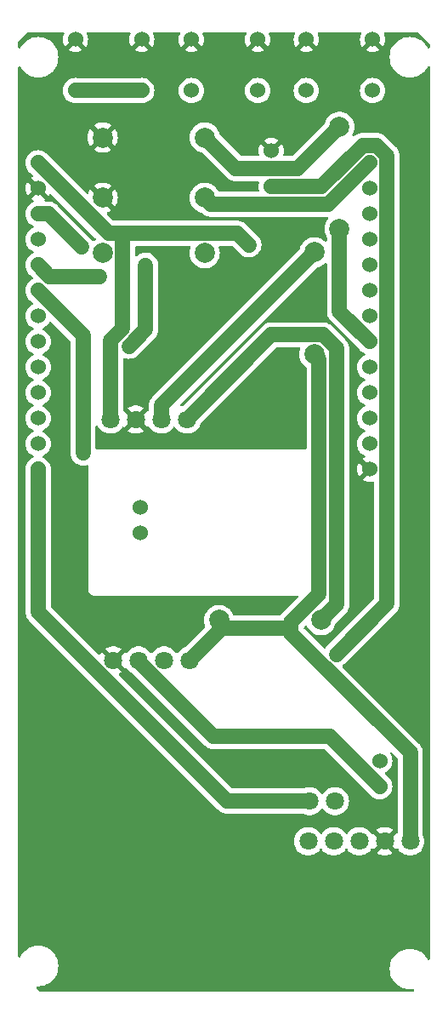
<source format=gbr>
%TF.GenerationSoftware,KiCad,Pcbnew,7.0.11+dfsg-1build4*%
%TF.CreationDate,2025-02-25T03:32:25+01:00*%
%TF.ProjectId,BertheVario213-Shema,42657274-6865-4566-9172-696f3231332d,1.11*%
%TF.SameCoordinates,Original*%
%TF.FileFunction,Copper,L2,Bot*%
%TF.FilePolarity,Positive*%
%FSLAX46Y46*%
G04 Gerber Fmt 4.6, Leading zero omitted, Abs format (unit mm)*
G04 Created by KiCad (PCBNEW 7.0.11+dfsg-1build4) date 2025-02-25 03:32:25*
%MOMM*%
%LPD*%
G01*
G04 APERTURE LIST*
%TA.AperFunction,ComponentPad*%
%ADD10C,1.800000*%
%TD*%
%TA.AperFunction,ComponentPad*%
%ADD11C,1.524000*%
%TD*%
%TA.AperFunction,ComponentPad*%
%ADD12C,2.000000*%
%TD*%
%TA.AperFunction,ViaPad*%
%ADD13C,0.600000*%
%TD*%
%TA.AperFunction,Conductor*%
%ADD14C,1.500000*%
%TD*%
G04 APERTURE END LIST*
D10*
%TO.P,S1,1,1*%
%TO.N,Net-(Q1-C)*%
X153540000Y-138000000D03*
%TO.P,S1,2,2*%
%TO.N,Net-(U1-Vbat)*%
X151000000Y-138000000D03*
%TD*%
%TO.P,MS5611,1,SDA*%
%TO.N,Net-(MS5611-SDA)*%
X138810000Y-100040000D03*
%TO.P,MS5611,2,SCL*%
%TO.N,Net-(MS5611-SCL)*%
X136260000Y-100040000D03*
%TO.P,MS5611,3,GND*%
%TO.N,GNDREF*%
X133720000Y-100040000D03*
%TO.P,MS5611,4,VIN*%
%TO.N,Net-(GPS-NEO6M1-VCC)*%
X131180000Y-100040000D03*
%TD*%
D11*
%TO.P,SW1,1*%
%TO.N,Net-(U1-Bouton_Gauche)*%
X157302000Y-67330000D03*
X150698000Y-67330000D03*
%TO.P,SW1,2*%
%TO.N,GNDREF*%
X157302000Y-62250000D03*
X150698000Y-62250000D03*
%TD*%
%TO.P,Q1,1,E*%
%TO.N,GNDREF*%
X147201500Y-73315800D03*
%TO.P,Q1,2,B*%
%TO.N,Net-(Q1-B)*%
X147201500Y-75093800D03*
%TO.P,Q1,3,C*%
%TO.N,Net-(Q1-C)*%
X147201500Y-76871800D03*
%TD*%
%TO.P,SW3,1*%
%TO.N,Net-(U1-Bouton_Droit)*%
X134302000Y-67330000D03*
X127698000Y-67330000D03*
%TO.P,SW3,2*%
%TO.N,GNDREF*%
X134302000Y-62250000D03*
X127698000Y-62250000D03*
%TD*%
D12*
%TO.P,R3,1*%
%TO.N,Net-(GPS-NEO6M1-VCC)*%
X142000000Y-120000000D03*
%TO.P,R3,2*%
%TO.N,Net-(MS5611-SDA)*%
X152160000Y-120000000D03*
%TD*%
D11*
%TO.P,jumper1,1,1*%
%TO.N,Net-(U1-Rxd)*%
X158000000Y-134000000D03*
%TO.P,jumper1,2,2*%
%TO.N,Net-(GPS-NEO6M1-TX)*%
X158000000Y-136540000D03*
%TD*%
D12*
%TO.P,R4,1*%
%TO.N,Net-(GPS-NEO6M1-VCC)*%
X151500000Y-93580000D03*
%TO.P,R4,2*%
%TO.N,Net-(MS5611-SCL)*%
X151500000Y-83420000D03*
%TD*%
%TO.P,R5,1*%
%TO.N,Net-(U1-Vbat)*%
X130420000Y-83500000D03*
%TO.P,R5,2*%
%TO.N,Net-(U1-In_Vbat)*%
X140580000Y-83500000D03*
%TD*%
D10*
%TO.P,QMC5883_Mag1,1,VCC*%
%TO.N,Net-(GPS-NEO6M1-VCC)*%
X161040000Y-142000000D03*
%TO.P,QMC5883_Mag1,2,GND*%
%TO.N,GNDREF*%
X158500000Y-142000000D03*
%TO.P,QMC5883_Mag1,3,SCL*%
%TO.N,Net-(MS5611-SCL)*%
X155960000Y-142000000D03*
%TO.P,QMC5883_Mag1,4,SDA*%
%TO.N,Net-(MS5611-SDA)*%
X153420000Y-142000000D03*
%TO.P,QMC5883_Mag1,5*%
%TO.N,N/C*%
X150880000Y-142000000D03*
%TD*%
D11*
%TO.P,U1,0*%
%TO.N,N/C*%
X157000000Y-102460000D03*
%TO.P,U1,2*%
X123980000Y-94840000D03*
%TO.P,U1,12*%
X157000000Y-99920000D03*
%TO.P,U1,13*%
X123980000Y-99920000D03*
%TO.P,U1,14*%
X123980000Y-92300000D03*
%TO.P,U1,15*%
X123980000Y-97380000D03*
%TO.P,U1,19,Bouton_Gauche*%
%TO.N,Net-(U1-Bouton_Gauche)*%
X123980000Y-89760000D03*
%TO.P,U1,21,SDA*%
%TO.N,Net-(MS5611-SDA)*%
X123980000Y-79600000D03*
%TO.P,U1,22,SCL*%
%TO.N,Net-(MS5611-SCL)*%
X123980000Y-87220000D03*
%TO.P,U1,25,Speaker*%
%TO.N,Net-(U1-Speaker)*%
X157000000Y-92300000D03*
%TO.P,U1,26,Bouton_Droit*%
%TO.N,Net-(U1-Bouton_Droit)*%
X157000000Y-94840000D03*
%TO.P,U1,27*%
%TO.N,N/C*%
X157000000Y-97380000D03*
%TO.P,U1,32,Bouton_Centre*%
%TO.N,Net-(U1-Bouton_Centre)*%
X157000000Y-87220000D03*
%TO.P,U1,33*%
%TO.N,N/C*%
X157000000Y-89760000D03*
%TO.P,U1,34*%
X157000000Y-82140000D03*
%TO.P,U1,36,In_Vbat*%
%TO.N,Net-(U1-In_Vbat)*%
X157000000Y-74520000D03*
%TO.P,U1,39*%
%TO.N,N/C*%
X157000000Y-77060000D03*
%TO.P,U1,40,3v3*%
%TO.N,Net-(GPS-NEO6M1-VCC)*%
X123980000Y-74520000D03*
X157000000Y-84680000D03*
%TO.P,U1,41,Gnd*%
%TO.N,GNDREF*%
X123980000Y-77060000D03*
X157000000Y-105000000D03*
%TO.P,U1,42*%
%TO.N,N/C*%
X123980000Y-82140000D03*
%TO.P,U1,43,Rxd*%
%TO.N,Net-(U1-Rxd)*%
X123980000Y-84680000D03*
%TO.P,U1,44*%
%TO.N,N/C*%
X123980000Y-102460000D03*
%TO.P,U1,45,Vbat*%
%TO.N,Net-(U1-Vbat)*%
X123980000Y-105000000D03*
%TO.P,U1,46*%
%TO.N,N/C*%
X157000000Y-79600000D03*
%TO.P,U1,50*%
X134140000Y-108810000D03*
%TO.P,U1,51*%
X134140000Y-111350000D03*
%TD*%
D12*
%TO.P,R2,1*%
%TO.N,Net-(Q1-B)*%
X140580000Y-72000000D03*
%TO.P,R2,2*%
%TO.N,GNDREF*%
X130420000Y-72000000D03*
%TD*%
%TO.P,R6,1*%
%TO.N,Net-(U1-In_Vbat)*%
X140580000Y-78000000D03*
%TO.P,R6,2*%
%TO.N,GNDREF*%
X130420000Y-78000000D03*
%TD*%
%TO.P,R1,1*%
%TO.N,Net-(U1-Speaker)*%
X154000000Y-81080000D03*
%TO.P,R1,2*%
%TO.N,Net-(Q1-B)*%
X154000000Y-70920000D03*
%TD*%
D10*
%TO.P,GPS-NEO6M1,1,GND*%
%TO.N,GNDREF*%
X131460000Y-124000000D03*
%TO.P,GPS-NEO6M1,2,TX*%
%TO.N,Net-(GPS-NEO6M1-TX)*%
X134000000Y-124000000D03*
%TO.P,GPS-NEO6M1,3,RX*%
%TO.N,unconnected-(GPS-NEO6M1-RX-Pad3)*%
X136540000Y-124000000D03*
%TO.P,GPS-NEO6M1,4,VCC*%
%TO.N,Net-(GPS-NEO6M1-VCC)*%
X139080000Y-124000000D03*
%TD*%
D11*
%TO.P,SW2,1*%
%TO.N,Net-(U1-Bouton_Centre)*%
X145854000Y-67330000D03*
X139250000Y-67330000D03*
%TO.P,SW2,2*%
%TO.N,GNDREF*%
X145854000Y-62250000D03*
X139250000Y-62250000D03*
%TD*%
D13*
%TO.N,Net-(GPS-NEO6M1-VCC)*%
X144974500Y-82670000D03*
%TO.N,Net-(MS5611-SDA)*%
X128282800Y-82890400D03*
%TO.N,Net-(MS5611-SCL)*%
X128458600Y-103387600D03*
%TO.N,Net-(Q1-C)*%
X153678700Y-123408000D03*
%TO.N,Net-(U1-Vbat)*%
X134672100Y-84695600D03*
X133030700Y-92754100D03*
%TO.N,Net-(U1-Rxd)*%
X130135100Y-85801200D03*
%TD*%
D14*
%TO.N,Net-(GPS-NEO6M1-TX)*%
X134000000Y-124000000D02*
X134000000Y-124115600D01*
X153054100Y-131594100D02*
X158000000Y-136540000D01*
X134000000Y-124115600D02*
X141478500Y-131594100D01*
X141478500Y-131594100D02*
X153054100Y-131594100D01*
%TO.N,Net-(GPS-NEO6M1-VCC)*%
X149171600Y-120223000D02*
X149171600Y-120765400D01*
X151500000Y-93580000D02*
X151975800Y-94055800D01*
X143834500Y-81530000D02*
X132374500Y-81530000D01*
X130990000Y-81530000D02*
X123980000Y-74520000D01*
X151975800Y-94055800D02*
X151975800Y-117418800D01*
X139080000Y-124000000D02*
X142000000Y-121080000D01*
X142000000Y-120765400D02*
X142000000Y-120000000D01*
X132374500Y-81530000D02*
X132374500Y-91003400D01*
X142000000Y-121080000D02*
X142000000Y-120765400D01*
X149171600Y-120765400D02*
X149171600Y-121307800D01*
X144974500Y-82670000D02*
X143834500Y-81530000D01*
X149171600Y-121307800D02*
X161040000Y-133176200D01*
X132374500Y-91003400D02*
X131180000Y-92197900D01*
X149171600Y-120765400D02*
X142000000Y-120765400D01*
X161040000Y-133176200D02*
X161040000Y-142000000D01*
X131180000Y-92197900D02*
X131180000Y-100040000D01*
X132374500Y-81530000D02*
X130990000Y-81530000D01*
X151975800Y-117418800D02*
X149171600Y-120223000D01*
%TO.N,Net-(MS5611-SDA)*%
X147230100Y-91619900D02*
X152344000Y-91619900D01*
X128282800Y-82890400D02*
X124992400Y-79600000D01*
X152344000Y-91619900D02*
X153713000Y-92988900D01*
X153713000Y-92988900D02*
X153713000Y-118447000D01*
X124992400Y-79600000D02*
X123980000Y-79600000D01*
X138810000Y-100040000D02*
X147230100Y-91619900D01*
X153713000Y-118447000D02*
X152160000Y-120000000D01*
%TO.N,Net-(MS5611-SCL)*%
X128458600Y-103387600D02*
X128458600Y-91698600D01*
X151500000Y-83420000D02*
X136260000Y-98660000D01*
X128458600Y-91698600D02*
X123980000Y-87220000D01*
X136260000Y-98660000D02*
X136260000Y-100040000D01*
%TO.N,Net-(Q1-C)*%
X157718300Y-72795500D02*
X156298600Y-72795500D01*
X158721400Y-118365300D02*
X158721400Y-73798600D01*
X152222300Y-76871800D02*
X147201500Y-76871800D01*
X156298600Y-72795500D02*
X152222300Y-76871800D01*
X158721400Y-73798600D02*
X157718300Y-72795500D01*
X153678700Y-123408000D02*
X158721400Y-118365300D01*
%TO.N,Net-(Q1-B)*%
X147201500Y-75093800D02*
X143673800Y-75093800D01*
X143673800Y-75093800D02*
X140580000Y-72000000D01*
X149826200Y-75093800D02*
X147201500Y-75093800D01*
X154000000Y-70920000D02*
X149826200Y-75093800D01*
%TO.N,Net-(U1-Speaker)*%
X154000000Y-81080000D02*
X154000000Y-89300000D01*
X154000000Y-89300000D02*
X157000000Y-92300000D01*
%TO.N,Net-(U1-Vbat)*%
X142813100Y-138000000D02*
X151000000Y-138000000D01*
X123980000Y-105000000D02*
X123980000Y-119166900D01*
X123980000Y-119166900D02*
X142813100Y-138000000D01*
X134672100Y-91112700D02*
X133030700Y-92754100D01*
X134672100Y-84695600D02*
X134672100Y-91112700D01*
%TO.N,Net-(U1-In_Vbat)*%
X140580000Y-78000000D02*
X141205700Y-78625700D01*
X141205700Y-78625700D02*
X152894300Y-78625700D01*
X152894300Y-78625700D02*
X157000000Y-74520000D01*
%TO.N,Net-(U1-Bouton_Droit)*%
X127698000Y-67330000D02*
X134302000Y-67330000D01*
%TO.N,Net-(U1-Rxd)*%
X125101200Y-85801200D02*
X123980000Y-84680000D01*
X130135100Y-85801200D02*
X125101200Y-85801200D01*
%TD*%
%TA.AperFunction,Conductor*%
%TO.N,GNDREF*%
G36*
X125280775Y-90292966D02*
G01*
X125300593Y-90309067D01*
X127171781Y-92180255D01*
X127205266Y-92241578D01*
X127208100Y-92267936D01*
X127208100Y-103443751D01*
X127223222Y-103611786D01*
X127223223Y-103611792D01*
X127283103Y-103828760D01*
X127283108Y-103828773D01*
X127380767Y-104031566D01*
X127380771Y-104031574D01*
X127513073Y-104213672D01*
X127513074Y-104213674D01*
X127675776Y-104369233D01*
X127863633Y-104493236D01*
X128070604Y-104581700D01*
X128070607Y-104581701D01*
X128070612Y-104581703D01*
X128290063Y-104631791D01*
X128514930Y-104641890D01*
X128737987Y-104611675D01*
X128857182Y-104572945D01*
X128927023Y-104570951D01*
X128986856Y-104607031D01*
X129017684Y-104669732D01*
X129019500Y-104690877D01*
X129019500Y-117127392D01*
X129027190Y-117153583D01*
X129030947Y-117170852D01*
X129034835Y-117197886D01*
X129046173Y-117222712D01*
X129052355Y-117239287D01*
X129060046Y-117265480D01*
X129060047Y-117265482D01*
X129074806Y-117288448D01*
X129083282Y-117303970D01*
X129094623Y-117328802D01*
X129106437Y-117342436D01*
X129112496Y-117349429D01*
X129123095Y-117363589D01*
X129137853Y-117386552D01*
X129137857Y-117386557D01*
X129158488Y-117404435D01*
X129170992Y-117416939D01*
X129188871Y-117437571D01*
X129188872Y-117437572D01*
X129211844Y-117452334D01*
X129225996Y-117462929D01*
X129246627Y-117480806D01*
X129269899Y-117491434D01*
X129271451Y-117492143D01*
X129286978Y-117500621D01*
X129309947Y-117515382D01*
X129336136Y-117523072D01*
X129352713Y-117529255D01*
X129377538Y-117540592D01*
X129377539Y-117540592D01*
X129377543Y-117540594D01*
X129404564Y-117544479D01*
X129421846Y-117548238D01*
X129448039Y-117555929D01*
X129484201Y-117555929D01*
X149770835Y-117555929D01*
X149837874Y-117575614D01*
X149883629Y-117628418D01*
X149893573Y-117697576D01*
X149864548Y-117761132D01*
X149858516Y-117767610D01*
X148341944Y-119284180D01*
X148331580Y-119293443D01*
X148303937Y-119315489D01*
X148303934Y-119315492D01*
X148260336Y-119365392D01*
X148254648Y-119371476D01*
X148247664Y-119378460D01*
X148247651Y-119378475D01*
X148221528Y-119409764D01*
X148219725Y-119411875D01*
X148198447Y-119436230D01*
X148166773Y-119472484D01*
X148107844Y-119510018D01*
X148073393Y-119514900D01*
X143506735Y-119514900D01*
X143439696Y-119495215D01*
X143393941Y-119442411D01*
X143393179Y-119440710D01*
X143324173Y-119283393D01*
X143188166Y-119075217D01*
X143115104Y-118995851D01*
X143019744Y-118892262D01*
X142823509Y-118739526D01*
X142823507Y-118739525D01*
X142823506Y-118739524D01*
X142604811Y-118621172D01*
X142604802Y-118621169D01*
X142369616Y-118540429D01*
X142124335Y-118499500D01*
X141875665Y-118499500D01*
X141630383Y-118540429D01*
X141395197Y-118621169D01*
X141395188Y-118621172D01*
X141176493Y-118739524D01*
X140980257Y-118892261D01*
X140811833Y-119075217D01*
X140675826Y-119283393D01*
X140575936Y-119511118D01*
X140514892Y-119752175D01*
X140514890Y-119752187D01*
X140494357Y-119999994D01*
X140494357Y-120000005D01*
X140514890Y-120247812D01*
X140514892Y-120247824D01*
X140575936Y-120488878D01*
X140575937Y-120488881D01*
X140613403Y-120574295D01*
X140617126Y-120582781D01*
X140626029Y-120652082D01*
X140596052Y-120715194D01*
X140591251Y-120720273D01*
X138662118Y-122649406D01*
X138614701Y-122679006D01*
X138515501Y-122713062D01*
X138515495Y-122713064D01*
X138311371Y-122823531D01*
X138311365Y-122823535D01*
X138128222Y-122966081D01*
X138128219Y-122966084D01*
X137971016Y-123136852D01*
X137913809Y-123224416D01*
X137860662Y-123269773D01*
X137791431Y-123279197D01*
X137728095Y-123249695D01*
X137706191Y-123224416D01*
X137648983Y-123136852D01*
X137648980Y-123136849D01*
X137648979Y-123136847D01*
X137491784Y-122966087D01*
X137491779Y-122966083D01*
X137491777Y-122966081D01*
X137308634Y-122823535D01*
X137308628Y-122823531D01*
X137104504Y-122713064D01*
X137104495Y-122713061D01*
X136884984Y-122637702D01*
X136713282Y-122609050D01*
X136656049Y-122599500D01*
X136423951Y-122599500D01*
X136378164Y-122607140D01*
X136195015Y-122637702D01*
X135975504Y-122713061D01*
X135975495Y-122713064D01*
X135771371Y-122823531D01*
X135771365Y-122823535D01*
X135588222Y-122966081D01*
X135588219Y-122966084D01*
X135431016Y-123136852D01*
X135373809Y-123224416D01*
X135320662Y-123269773D01*
X135251431Y-123279197D01*
X135188095Y-123249695D01*
X135166191Y-123224416D01*
X135108983Y-123136852D01*
X135108980Y-123136849D01*
X135108979Y-123136847D01*
X134951784Y-122966087D01*
X134951779Y-122966083D01*
X134951777Y-122966081D01*
X134768634Y-122823535D01*
X134768628Y-122823531D01*
X134564504Y-122713064D01*
X134564495Y-122713061D01*
X134344984Y-122637702D01*
X134173282Y-122609050D01*
X134116049Y-122599500D01*
X133883951Y-122599500D01*
X133838164Y-122607140D01*
X133655015Y-122637702D01*
X133435504Y-122713061D01*
X133435495Y-122713064D01*
X133231371Y-122823531D01*
X133231365Y-122823535D01*
X133048222Y-122966081D01*
X133048219Y-122966084D01*
X132891015Y-123136854D01*
X132833509Y-123224874D01*
X132780363Y-123270230D01*
X132711132Y-123279654D01*
X132647796Y-123250152D01*
X132625892Y-123224874D01*
X132611186Y-123202365D01*
X131857953Y-123955598D01*
X131845165Y-123874852D01*
X131787641Y-123761955D01*
X131698045Y-123672359D01*
X131585148Y-123614835D01*
X131504400Y-123602046D01*
X132258797Y-122847647D01*
X132258797Y-122847645D01*
X132228360Y-122823955D01*
X132228354Y-122823951D01*
X132024302Y-122713523D01*
X132024293Y-122713520D01*
X131804860Y-122638188D01*
X131576007Y-122600000D01*
X131343993Y-122600000D01*
X131115139Y-122638188D01*
X130895706Y-122713520D01*
X130895697Y-122713523D01*
X130691650Y-122823949D01*
X130661200Y-122847647D01*
X131415600Y-123602046D01*
X131334852Y-123614835D01*
X131221955Y-123672359D01*
X131132359Y-123761955D01*
X131074835Y-123874852D01*
X131062046Y-123955599D01*
X130308811Y-123202365D01*
X130224517Y-123331388D01*
X130202428Y-123381747D01*
X130157471Y-123435233D01*
X130090735Y-123455922D01*
X130023407Y-123437247D01*
X130001191Y-123419617D01*
X125266819Y-118685245D01*
X125233334Y-118623922D01*
X125230500Y-118597564D01*
X125230500Y-105197703D01*
X125230972Y-105186896D01*
X125247323Y-105000002D01*
X125247323Y-104999997D01*
X125233748Y-104844838D01*
X125228070Y-104779932D01*
X125170894Y-104566550D01*
X125077534Y-104366339D01*
X125014180Y-104275859D01*
X124950827Y-104185381D01*
X124950823Y-104185377D01*
X124794620Y-104029174D01*
X124794616Y-104029171D01*
X124794615Y-104029170D01*
X124613666Y-103902468D01*
X124613658Y-103902464D01*
X124484811Y-103842382D01*
X124432371Y-103796210D01*
X124413219Y-103729017D01*
X124433435Y-103662135D01*
X124484811Y-103617618D01*
X124497318Y-103611786D01*
X124613662Y-103557534D01*
X124794620Y-103430826D01*
X124950826Y-103274620D01*
X125077534Y-103093662D01*
X125170894Y-102893450D01*
X125228070Y-102680068D01*
X125247323Y-102460000D01*
X125228070Y-102239932D01*
X125170894Y-102026550D01*
X125077534Y-101826339D01*
X124950826Y-101645380D01*
X124794620Y-101489174D01*
X124794616Y-101489171D01*
X124794615Y-101489170D01*
X124613666Y-101362468D01*
X124613658Y-101362464D01*
X124484811Y-101302382D01*
X124432371Y-101256210D01*
X124413219Y-101189017D01*
X124433435Y-101122135D01*
X124484811Y-101077618D01*
X124492756Y-101073913D01*
X124613662Y-101017534D01*
X124794620Y-100890826D01*
X124950826Y-100734620D01*
X125077534Y-100553662D01*
X125170894Y-100353450D01*
X125228070Y-100140068D01*
X125247323Y-99920000D01*
X125228070Y-99699932D01*
X125170894Y-99486550D01*
X125077534Y-99286339D01*
X125000867Y-99176847D01*
X124950827Y-99105381D01*
X124950823Y-99105377D01*
X124794620Y-98949174D01*
X124794616Y-98949171D01*
X124794615Y-98949170D01*
X124613666Y-98822468D01*
X124613658Y-98822464D01*
X124484811Y-98762382D01*
X124432371Y-98716210D01*
X124413219Y-98649017D01*
X124433435Y-98582135D01*
X124484811Y-98537618D01*
X124490802Y-98534824D01*
X124613662Y-98477534D01*
X124794620Y-98350826D01*
X124950826Y-98194620D01*
X125077534Y-98013662D01*
X125170894Y-97813450D01*
X125228070Y-97600068D01*
X125247323Y-97380000D01*
X125228070Y-97159932D01*
X125170894Y-96946550D01*
X125077534Y-96746339D01*
X124950826Y-96565380D01*
X124794620Y-96409174D01*
X124794616Y-96409171D01*
X124794615Y-96409170D01*
X124613666Y-96282468D01*
X124613658Y-96282464D01*
X124484811Y-96222382D01*
X124432371Y-96176210D01*
X124413219Y-96109017D01*
X124433435Y-96042135D01*
X124484811Y-95997618D01*
X124490802Y-95994824D01*
X124613662Y-95937534D01*
X124794620Y-95810826D01*
X124950826Y-95654620D01*
X125077534Y-95473662D01*
X125170894Y-95273450D01*
X125228070Y-95060068D01*
X125244971Y-94866888D01*
X125247323Y-94840002D01*
X125247323Y-94839997D01*
X125240103Y-94757474D01*
X125228070Y-94619932D01*
X125170894Y-94406550D01*
X125077534Y-94206339D01*
X124981286Y-94068881D01*
X124950827Y-94025381D01*
X124904643Y-93979197D01*
X124794620Y-93869174D01*
X124794616Y-93869171D01*
X124794615Y-93869170D01*
X124613666Y-93742468D01*
X124613658Y-93742464D01*
X124484811Y-93682382D01*
X124432371Y-93636210D01*
X124413219Y-93569017D01*
X124433435Y-93502135D01*
X124484811Y-93457618D01*
X124490802Y-93454824D01*
X124613662Y-93397534D01*
X124794620Y-93270826D01*
X124950826Y-93114620D01*
X125077534Y-92933662D01*
X125170894Y-92733450D01*
X125228070Y-92520068D01*
X125243048Y-92348864D01*
X125247323Y-92300002D01*
X125247323Y-92299997D01*
X125235321Y-92162818D01*
X125228070Y-92079932D01*
X125170894Y-91866550D01*
X125077534Y-91666339D01*
X124962595Y-91502188D01*
X124950827Y-91485381D01*
X124884929Y-91419483D01*
X124794620Y-91329174D01*
X124794616Y-91329171D01*
X124794615Y-91329170D01*
X124613666Y-91202468D01*
X124613658Y-91202464D01*
X124484811Y-91142382D01*
X124432371Y-91096210D01*
X124413219Y-91029017D01*
X124433435Y-90962135D01*
X124484811Y-90917618D01*
X124490802Y-90914824D01*
X124613662Y-90857534D01*
X124794620Y-90730826D01*
X124950826Y-90574620D01*
X125077534Y-90393662D01*
X125100531Y-90344342D01*
X125146700Y-90291906D01*
X125213893Y-90272752D01*
X125280775Y-90292966D01*
G37*
%TD.AperFunction*%
%TA.AperFunction,Conductor*%
G36*
X152663993Y-84478066D02*
G01*
X152721610Y-84517589D01*
X152748713Y-84581988D01*
X152749500Y-84595940D01*
X152749500Y-89222814D01*
X152748720Y-89236698D01*
X152744762Y-89271822D01*
X152744761Y-89271830D01*
X152749219Y-89337931D01*
X152749500Y-89346273D01*
X152749500Y-89356156D01*
X152753153Y-89396749D01*
X152753371Y-89399521D01*
X152759903Y-89496407D01*
X152759903Y-89496412D01*
X152760972Y-89500652D01*
X152764230Y-89519824D01*
X152764623Y-89524190D01*
X152790465Y-89617824D01*
X152791158Y-89620447D01*
X152805971Y-89679234D01*
X152814903Y-89714681D01*
X152816715Y-89718670D01*
X152823340Y-89736944D01*
X152824504Y-89741162D01*
X152824507Y-89741170D01*
X152866657Y-89828698D01*
X152867835Y-89831216D01*
X152907993Y-89919626D01*
X152907994Y-89919629D01*
X152910483Y-89923221D01*
X152920269Y-89940026D01*
X152922166Y-89943965D01*
X152922171Y-89943973D01*
X152979311Y-90022620D01*
X152980835Y-90024768D01*
X153018433Y-90079038D01*
X153036181Y-90104656D01*
X153039273Y-90107748D01*
X153051907Y-90122539D01*
X153054478Y-90126078D01*
X153054482Y-90126082D01*
X153124699Y-90193217D01*
X153126688Y-90195162D01*
X155981859Y-93050333D01*
X155995752Y-93066889D01*
X156029174Y-93114620D01*
X156029175Y-93114621D01*
X156029176Y-93114622D01*
X156185378Y-93270824D01*
X156185384Y-93270829D01*
X156366333Y-93397531D01*
X156366335Y-93397532D01*
X156366338Y-93397534D01*
X156485748Y-93453215D01*
X156495189Y-93457618D01*
X156547628Y-93503790D01*
X156566780Y-93570984D01*
X156546564Y-93637865D01*
X156495189Y-93682382D01*
X156366340Y-93742465D01*
X156366338Y-93742466D01*
X156185377Y-93869175D01*
X156029175Y-94025377D01*
X155902466Y-94206338D01*
X155902465Y-94206340D01*
X155809107Y-94406548D01*
X155809104Y-94406554D01*
X155751930Y-94619929D01*
X155751929Y-94619937D01*
X155732677Y-94839997D01*
X155732677Y-94840002D01*
X155751929Y-95060062D01*
X155751930Y-95060070D01*
X155809104Y-95273445D01*
X155809105Y-95273447D01*
X155809106Y-95273450D01*
X155902466Y-95473662D01*
X155902468Y-95473666D01*
X156029170Y-95654615D01*
X156029175Y-95654621D01*
X156185378Y-95810824D01*
X156185384Y-95810829D01*
X156366333Y-95937531D01*
X156366335Y-95937532D01*
X156366338Y-95937534D01*
X156485748Y-95993215D01*
X156495189Y-95997618D01*
X156547628Y-96043790D01*
X156566780Y-96110984D01*
X156546564Y-96177865D01*
X156495189Y-96222382D01*
X156366340Y-96282465D01*
X156366338Y-96282466D01*
X156185377Y-96409175D01*
X156029175Y-96565377D01*
X155902466Y-96746338D01*
X155902465Y-96746340D01*
X155809107Y-96946548D01*
X155809104Y-96946554D01*
X155751930Y-97159929D01*
X155751929Y-97159937D01*
X155732677Y-97379997D01*
X155732677Y-97380002D01*
X155751929Y-97600062D01*
X155751930Y-97600070D01*
X155809104Y-97813445D01*
X155809105Y-97813447D01*
X155809106Y-97813450D01*
X155865382Y-97934134D01*
X155902466Y-98013662D01*
X155902468Y-98013666D01*
X156029170Y-98194615D01*
X156029175Y-98194621D01*
X156185378Y-98350824D01*
X156185384Y-98350829D01*
X156366333Y-98477531D01*
X156366335Y-98477532D01*
X156366338Y-98477534D01*
X156485748Y-98533215D01*
X156495189Y-98537618D01*
X156547628Y-98583790D01*
X156566780Y-98650984D01*
X156546564Y-98717865D01*
X156495189Y-98762382D01*
X156366340Y-98822465D01*
X156366338Y-98822466D01*
X156185377Y-98949175D01*
X156029175Y-99105377D01*
X155902466Y-99286338D01*
X155902465Y-99286340D01*
X155809107Y-99486548D01*
X155809104Y-99486554D01*
X155751930Y-99699929D01*
X155751929Y-99699937D01*
X155732677Y-99919997D01*
X155732677Y-99920002D01*
X155751929Y-100140062D01*
X155751930Y-100140070D01*
X155809104Y-100353445D01*
X155809105Y-100353447D01*
X155809106Y-100353450D01*
X155865113Y-100473557D01*
X155902466Y-100553662D01*
X155902468Y-100553666D01*
X156029170Y-100734615D01*
X156029175Y-100734621D01*
X156185378Y-100890824D01*
X156185384Y-100890829D01*
X156366333Y-101017531D01*
X156366335Y-101017532D01*
X156366338Y-101017534D01*
X156485748Y-101073215D01*
X156495189Y-101077618D01*
X156547628Y-101123790D01*
X156566780Y-101190984D01*
X156546564Y-101257865D01*
X156495189Y-101302382D01*
X156366340Y-101362465D01*
X156366338Y-101362466D01*
X156185377Y-101489175D01*
X156029175Y-101645377D01*
X155902466Y-101826338D01*
X155902465Y-101826340D01*
X155809107Y-102026548D01*
X155809104Y-102026554D01*
X155751930Y-102239929D01*
X155751929Y-102239937D01*
X155732677Y-102459997D01*
X155732677Y-102460002D01*
X155751929Y-102680062D01*
X155751930Y-102680070D01*
X155809104Y-102893445D01*
X155809105Y-102893447D01*
X155809106Y-102893450D01*
X155858558Y-102999500D01*
X155902466Y-103093662D01*
X155902468Y-103093666D01*
X156029170Y-103274615D01*
X156029175Y-103274621D01*
X156185378Y-103430824D01*
X156185384Y-103430829D01*
X156366333Y-103557531D01*
X156366335Y-103557532D01*
X156366338Y-103557534D01*
X156482682Y-103611786D01*
X156495781Y-103617894D01*
X156548220Y-103664066D01*
X156567372Y-103731260D01*
X156547156Y-103798141D01*
X156495781Y-103842658D01*
X156366590Y-103902901D01*
X156301811Y-103948258D01*
X156972553Y-104619000D01*
X156968431Y-104619000D01*
X156874579Y-104634661D01*
X156762749Y-104695180D01*
X156676629Y-104788731D01*
X156625552Y-104905177D01*
X156619894Y-104973447D01*
X155948258Y-104301811D01*
X155902901Y-104366590D01*
X155809579Y-104566720D01*
X155809575Y-104566729D01*
X155752426Y-104780013D01*
X155752424Y-104780023D01*
X155733179Y-104999999D01*
X155733179Y-105000000D01*
X155752424Y-105219976D01*
X155752426Y-105219986D01*
X155809575Y-105433270D01*
X155809580Y-105433284D01*
X155902898Y-105633405D01*
X155902901Y-105633411D01*
X155948258Y-105698187D01*
X155948259Y-105698188D01*
X156615096Y-105031350D01*
X156615051Y-105031898D01*
X156646266Y-105155162D01*
X156715813Y-105261612D01*
X156816157Y-105339713D01*
X156936422Y-105381000D01*
X156972551Y-105381000D01*
X156301810Y-106051740D01*
X156366590Y-106097099D01*
X156366592Y-106097100D01*
X156566715Y-106190419D01*
X156566729Y-106190424D01*
X156780013Y-106247573D01*
X156780023Y-106247575D01*
X156999999Y-106266821D01*
X157000001Y-106266821D01*
X157219976Y-106247575D01*
X157219982Y-106247574D01*
X157314806Y-106222166D01*
X157384656Y-106223829D01*
X157442519Y-106262991D01*
X157470023Y-106327219D01*
X157470900Y-106341941D01*
X157470900Y-117795964D01*
X157451215Y-117863003D01*
X157434581Y-117883645D01*
X152754759Y-122563466D01*
X152646632Y-122692980D01*
X152646631Y-122692982D01*
X152610662Y-122756373D01*
X152560457Y-122804966D01*
X152491951Y-122818701D01*
X152426893Y-122793219D01*
X152415133Y-122782859D01*
X150485354Y-120853080D01*
X150451869Y-120791757D01*
X150456853Y-120722065D01*
X150485352Y-120677720D01*
X150588779Y-120574293D01*
X150650100Y-120540810D01*
X150719792Y-120545794D01*
X150775725Y-120587666D01*
X150790014Y-120612165D01*
X150835827Y-120716608D01*
X150971833Y-120924782D01*
X150971836Y-120924785D01*
X151140256Y-121107738D01*
X151336491Y-121260474D01*
X151555190Y-121378828D01*
X151790386Y-121459571D01*
X152035665Y-121500500D01*
X152284335Y-121500500D01*
X152529614Y-121459571D01*
X152764810Y-121378828D01*
X152983509Y-121260474D01*
X153179744Y-121107738D01*
X153348164Y-120924785D01*
X153484173Y-120716607D01*
X153584063Y-120488881D01*
X153624673Y-120328513D01*
X153657195Y-120271277D01*
X154542666Y-119385806D01*
X154553016Y-119376557D01*
X154580666Y-119354508D01*
X154624267Y-119304601D01*
X154629957Y-119298516D01*
X154636945Y-119291529D01*
X154663126Y-119260167D01*
X154664782Y-119258228D01*
X154728765Y-119184996D01*
X154731004Y-119181248D01*
X154742266Y-119165374D01*
X154745069Y-119162018D01*
X154793037Y-119077477D01*
X154794391Y-119075153D01*
X154844215Y-118991764D01*
X154845747Y-118987680D01*
X154853999Y-118970040D01*
X154856154Y-118966245D01*
X154888249Y-118874519D01*
X154889190Y-118871925D01*
X154923305Y-118781029D01*
X154923304Y-118781029D01*
X154923307Y-118781024D01*
X154924085Y-118776735D01*
X154929057Y-118757896D01*
X154930498Y-118753782D01*
X154945712Y-118657717D01*
X154946140Y-118655200D01*
X154963500Y-118559547D01*
X154963500Y-118555175D01*
X154965027Y-118535777D01*
X154965710Y-118531464D01*
X154965711Y-118531459D01*
X154963530Y-118434332D01*
X154963500Y-118431551D01*
X154963500Y-93066075D01*
X154964280Y-93052190D01*
X154965179Y-93044209D01*
X154968237Y-93017072D01*
X154967898Y-93012047D01*
X154963781Y-92950975D01*
X154963500Y-92942634D01*
X154963500Y-92932750D01*
X154963500Y-92932745D01*
X154959843Y-92892115D01*
X154959626Y-92889352D01*
X154953096Y-92792487D01*
X154952027Y-92788247D01*
X154948768Y-92769058D01*
X154948726Y-92768599D01*
X154948377Y-92764712D01*
X154922532Y-92671068D01*
X154921840Y-92668448D01*
X154898096Y-92574216D01*
X154896290Y-92570240D01*
X154889654Y-92551939D01*
X154888493Y-92547730D01*
X154846340Y-92460199D01*
X154845189Y-92457739D01*
X154805007Y-92369274D01*
X154802517Y-92365680D01*
X154792725Y-92348864D01*
X154790829Y-92344927D01*
X154733739Y-92266350D01*
X154732128Y-92264079D01*
X154676820Y-92184245D01*
X154673725Y-92181150D01*
X154661087Y-92166353D01*
X154658521Y-92162821D01*
X154658518Y-92162818D01*
X154588321Y-92095702D01*
X154586332Y-92093757D01*
X153282816Y-90790242D01*
X153273549Y-90779873D01*
X153251506Y-90752232D01*
X153201603Y-90708632D01*
X153195507Y-90702933D01*
X153188532Y-90695958D01*
X153188521Y-90695948D01*
X153157255Y-90669845D01*
X153155139Y-90668038D01*
X153082003Y-90604140D01*
X153081997Y-90604136D01*
X153081996Y-90604135D01*
X153078241Y-90601891D01*
X153062373Y-90590632D01*
X153059019Y-90587832D01*
X153059018Y-90587831D01*
X153059013Y-90587827D01*
X152974548Y-90539901D01*
X152972144Y-90538501D01*
X152888763Y-90488684D01*
X152884669Y-90487148D01*
X152867044Y-90478902D01*
X152863245Y-90476746D01*
X152771569Y-90444667D01*
X152768953Y-90443719D01*
X152678029Y-90409594D01*
X152678019Y-90409591D01*
X152673723Y-90408812D01*
X152654918Y-90403849D01*
X152650784Y-90402402D01*
X152650777Y-90402401D01*
X152554848Y-90387207D01*
X152552105Y-90386741D01*
X152456550Y-90369400D01*
X152456547Y-90369400D01*
X152452172Y-90369400D01*
X152432769Y-90367872D01*
X152428460Y-90367189D01*
X152331359Y-90369369D01*
X152328577Y-90369400D01*
X147307286Y-90369400D01*
X147293403Y-90368620D01*
X147283793Y-90367537D01*
X147258276Y-90364662D01*
X147258269Y-90364661D01*
X147195407Y-90368900D01*
X147192162Y-90369119D01*
X147183822Y-90369400D01*
X147173937Y-90369400D01*
X147133384Y-90373049D01*
X147130616Y-90373267D01*
X147033688Y-90379802D01*
X147033681Y-90379803D01*
X147029427Y-90380875D01*
X147010274Y-90384130D01*
X147005911Y-90384523D01*
X147005902Y-90384524D01*
X146912313Y-90410354D01*
X146909624Y-90411064D01*
X146815418Y-90434803D01*
X146811422Y-90436618D01*
X146793159Y-90443239D01*
X146788938Y-90444404D01*
X146788921Y-90444410D01*
X146701389Y-90486562D01*
X146698872Y-90487740D01*
X146610474Y-90527892D01*
X146606872Y-90530388D01*
X146590080Y-90540167D01*
X146586129Y-90542070D01*
X146586120Y-90542075D01*
X146507511Y-90599187D01*
X146505285Y-90600766D01*
X146464414Y-90629082D01*
X146425445Y-90656080D01*
X146422339Y-90659186D01*
X146407565Y-90671803D01*
X146404028Y-90674373D01*
X146404021Y-90674378D01*
X146336904Y-90744577D01*
X146334959Y-90746565D01*
X138392118Y-98689406D01*
X138344701Y-98719006D01*
X138280246Y-98741134D01*
X138210447Y-98744284D01*
X138150026Y-98709198D01*
X138118165Y-98647016D01*
X138124980Y-98577480D01*
X138152299Y-98536174D01*
X151768654Y-84919818D01*
X151829975Y-84886335D01*
X151835926Y-84885192D01*
X151869614Y-84879571D01*
X152104810Y-84798828D01*
X152323509Y-84680474D01*
X152519744Y-84527738D01*
X152534270Y-84511958D01*
X152594155Y-84475967D01*
X152663993Y-84478066D01*
G37*
%TD.AperFunction*%
%TA.AperFunction,Conductor*%
G36*
X150049996Y-92890085D02*
G01*
X150095751Y-92942889D01*
X150105695Y-93012047D01*
X150096513Y-93044209D01*
X150075938Y-93091116D01*
X150075936Y-93091120D01*
X150014892Y-93332175D01*
X150014890Y-93332187D01*
X149994357Y-93579994D01*
X149994357Y-93580005D01*
X150014890Y-93827812D01*
X150014892Y-93827824D01*
X150075936Y-94068881D01*
X150175826Y-94296606D01*
X150311833Y-94504782D01*
X150311836Y-94504785D01*
X150480256Y-94687738D01*
X150480259Y-94687740D01*
X150480262Y-94687743D01*
X150677462Y-94841230D01*
X150718275Y-94897940D01*
X150725300Y-94939083D01*
X150725300Y-102875500D01*
X150705615Y-102942539D01*
X150652811Y-102988294D01*
X150601300Y-102999500D01*
X129833100Y-102999500D01*
X129766061Y-102979815D01*
X129720306Y-102927011D01*
X129709100Y-102875500D01*
X129709100Y-100764316D01*
X129728785Y-100697277D01*
X129781589Y-100651522D01*
X129850747Y-100641578D01*
X129914303Y-100670603D01*
X129942157Y-100705303D01*
X129944076Y-100708849D01*
X130071016Y-100903147D01*
X130071018Y-100903149D01*
X130071021Y-100903153D01*
X130228216Y-101073913D01*
X130228219Y-101073915D01*
X130228222Y-101073918D01*
X130411365Y-101216464D01*
X130411371Y-101216468D01*
X130411374Y-101216470D01*
X130570125Y-101302382D01*
X130614652Y-101326479D01*
X130615497Y-101326936D01*
X130718992Y-101362466D01*
X130835015Y-101402297D01*
X130835017Y-101402297D01*
X130835019Y-101402298D01*
X131063951Y-101440500D01*
X131063952Y-101440500D01*
X131296048Y-101440500D01*
X131296049Y-101440500D01*
X131524981Y-101402298D01*
X131744503Y-101326936D01*
X131948626Y-101216470D01*
X131949170Y-101216047D01*
X132010811Y-101168070D01*
X132131784Y-101073913D01*
X132288979Y-100903153D01*
X132346490Y-100815124D01*
X132399635Y-100769769D01*
X132468866Y-100760345D01*
X132532202Y-100789846D01*
X132554107Y-100815125D01*
X132568812Y-100837633D01*
X133322046Y-100084399D01*
X133334835Y-100165148D01*
X133392359Y-100278045D01*
X133481955Y-100367641D01*
X133594852Y-100425165D01*
X133675599Y-100437953D01*
X132921201Y-101192351D01*
X132951649Y-101216050D01*
X133155697Y-101326476D01*
X133155706Y-101326479D01*
X133375139Y-101401811D01*
X133603993Y-101440000D01*
X133836007Y-101440000D01*
X134064860Y-101401811D01*
X134284293Y-101326479D01*
X134284301Y-101326476D01*
X134488355Y-101216047D01*
X134518797Y-101192351D01*
X134518798Y-101192350D01*
X133764401Y-100437953D01*
X133845148Y-100425165D01*
X133958045Y-100367641D01*
X134047641Y-100278045D01*
X134105165Y-100165148D01*
X134117953Y-100084400D01*
X134871185Y-100837632D01*
X134885891Y-100815125D01*
X134939037Y-100769768D01*
X135008268Y-100760344D01*
X135071604Y-100789846D01*
X135093508Y-100815123D01*
X135151021Y-100903153D01*
X135308216Y-101073913D01*
X135308219Y-101073915D01*
X135308222Y-101073918D01*
X135491365Y-101216464D01*
X135491371Y-101216468D01*
X135491374Y-101216470D01*
X135650125Y-101302382D01*
X135694652Y-101326479D01*
X135695497Y-101326936D01*
X135798992Y-101362466D01*
X135915015Y-101402297D01*
X135915017Y-101402297D01*
X135915019Y-101402298D01*
X136143951Y-101440500D01*
X136143952Y-101440500D01*
X136376048Y-101440500D01*
X136376049Y-101440500D01*
X136604981Y-101402298D01*
X136824503Y-101326936D01*
X137028626Y-101216470D01*
X137029170Y-101216047D01*
X137090811Y-101168070D01*
X137211784Y-101073913D01*
X137368979Y-100903153D01*
X137431191Y-100807929D01*
X137484337Y-100762573D01*
X137553568Y-100753149D01*
X137616904Y-100782651D01*
X137638809Y-100807930D01*
X137701016Y-100903147D01*
X137701018Y-100903149D01*
X137701021Y-100903153D01*
X137858216Y-101073913D01*
X137858219Y-101073915D01*
X137858222Y-101073918D01*
X138041365Y-101216464D01*
X138041371Y-101216468D01*
X138041374Y-101216470D01*
X138200125Y-101302382D01*
X138244652Y-101326479D01*
X138245497Y-101326936D01*
X138348992Y-101362466D01*
X138465015Y-101402297D01*
X138465017Y-101402297D01*
X138465019Y-101402298D01*
X138693951Y-101440500D01*
X138693952Y-101440500D01*
X138926048Y-101440500D01*
X138926049Y-101440500D01*
X139154981Y-101402298D01*
X139374503Y-101326936D01*
X139578626Y-101216470D01*
X139579170Y-101216047D01*
X139640811Y-101168070D01*
X139761784Y-101073913D01*
X139918979Y-100903153D01*
X140045924Y-100708849D01*
X140139157Y-100496300D01*
X140139157Y-100496298D01*
X140141217Y-100491603D01*
X140142183Y-100492026D01*
X140168319Y-100450153D01*
X147711755Y-92906719D01*
X147773078Y-92873234D01*
X147799436Y-92870400D01*
X149982957Y-92870400D01*
X150049996Y-92890085D01*
G37*
%TD.AperFunction*%
%TA.AperFunction,Conductor*%
G36*
X125031741Y-77758188D02*
G01*
X125077094Y-77693417D01*
X125077097Y-77693412D01*
X125100153Y-77643969D01*
X125146325Y-77591529D01*
X125213518Y-77572376D01*
X125280400Y-77592591D01*
X125300217Y-77608691D01*
X129695984Y-82004458D01*
X129729469Y-82065781D01*
X129724485Y-82135473D01*
X129682613Y-82191406D01*
X129667322Y-82201193D01*
X129596493Y-82239524D01*
X129596489Y-82239526D01*
X129541845Y-82282058D01*
X129476851Y-82307700D01*
X129408311Y-82294133D01*
X129363755Y-82254820D01*
X129246619Y-82085745D01*
X125931216Y-78770342D01*
X125921949Y-78759973D01*
X125899906Y-78732332D01*
X125850003Y-78688732D01*
X125843907Y-78683033D01*
X125836932Y-78676058D01*
X125836921Y-78676048D01*
X125805655Y-78649945D01*
X125803539Y-78648138D01*
X125730403Y-78584240D01*
X125730397Y-78584236D01*
X125730396Y-78584235D01*
X125726641Y-78581991D01*
X125710773Y-78570732D01*
X125707419Y-78567932D01*
X125707418Y-78567931D01*
X125707413Y-78567927D01*
X125622948Y-78520001D01*
X125620544Y-78518601D01*
X125537163Y-78468784D01*
X125533069Y-78467248D01*
X125515444Y-78459002D01*
X125511645Y-78456846D01*
X125419969Y-78424767D01*
X125417353Y-78423819D01*
X125326429Y-78389694D01*
X125326419Y-78389691D01*
X125322123Y-78388912D01*
X125303318Y-78383949D01*
X125299184Y-78382502D01*
X125299177Y-78382501D01*
X125203248Y-78367307D01*
X125200505Y-78366841D01*
X125104950Y-78349500D01*
X125104947Y-78349500D01*
X125100572Y-78349500D01*
X125081169Y-78347972D01*
X125076860Y-78347289D01*
X124979759Y-78349469D01*
X124976977Y-78349500D01*
X124731911Y-78349500D01*
X124664872Y-78329815D01*
X124619117Y-78277011D01*
X124609173Y-78207853D01*
X124638198Y-78144297D01*
X124660787Y-78123925D01*
X124678187Y-78111740D01*
X124007448Y-77441000D01*
X124011569Y-77441000D01*
X124105421Y-77425339D01*
X124217251Y-77364820D01*
X124303371Y-77271269D01*
X124354448Y-77154823D01*
X124360105Y-77086552D01*
X125031741Y-77758188D01*
G37*
%TD.AperFunction*%
%TA.AperFunction,Conductor*%
G36*
X126527433Y-61520185D02*
G01*
X126573188Y-61572989D01*
X126583132Y-61642147D01*
X126572776Y-61676905D01*
X126507579Y-61816720D01*
X126507575Y-61816729D01*
X126450426Y-62030013D01*
X126450424Y-62030023D01*
X126431179Y-62249999D01*
X126431179Y-62250000D01*
X126450424Y-62469976D01*
X126450426Y-62469986D01*
X126507575Y-62683270D01*
X126507580Y-62683284D01*
X126600898Y-62883405D01*
X126600901Y-62883411D01*
X126646258Y-62948187D01*
X126646258Y-62948188D01*
X127313096Y-62281350D01*
X127313051Y-62281898D01*
X127344266Y-62405162D01*
X127413813Y-62511612D01*
X127514157Y-62589713D01*
X127634422Y-62631000D01*
X127670553Y-62631000D01*
X126999810Y-63301740D01*
X127064590Y-63347099D01*
X127064592Y-63347100D01*
X127264715Y-63440419D01*
X127264729Y-63440424D01*
X127478013Y-63497573D01*
X127478023Y-63497575D01*
X127697999Y-63516821D01*
X127698001Y-63516821D01*
X127917976Y-63497575D01*
X127917986Y-63497573D01*
X128131270Y-63440424D01*
X128131284Y-63440419D01*
X128331407Y-63347100D01*
X128331417Y-63347094D01*
X128396188Y-63301741D01*
X127725448Y-62631000D01*
X127729569Y-62631000D01*
X127823421Y-62615339D01*
X127935251Y-62554820D01*
X128021371Y-62461269D01*
X128072448Y-62344823D01*
X128078105Y-62276552D01*
X128749741Y-62948188D01*
X128795094Y-62883417D01*
X128795100Y-62883407D01*
X128888419Y-62683284D01*
X128888424Y-62683270D01*
X128945573Y-62469986D01*
X128945575Y-62469976D01*
X128964821Y-62250000D01*
X128964821Y-62249999D01*
X128945575Y-62030023D01*
X128945573Y-62030013D01*
X128888424Y-61816729D01*
X128888420Y-61816720D01*
X128823224Y-61676905D01*
X128812732Y-61607827D01*
X128841252Y-61544043D01*
X128899728Y-61505804D01*
X128935606Y-61500500D01*
X133064394Y-61500500D01*
X133131433Y-61520185D01*
X133177188Y-61572989D01*
X133187132Y-61642147D01*
X133176776Y-61676905D01*
X133111579Y-61816720D01*
X133111575Y-61816729D01*
X133054426Y-62030013D01*
X133054424Y-62030023D01*
X133035179Y-62249999D01*
X133035179Y-62250000D01*
X133054424Y-62469976D01*
X133054426Y-62469986D01*
X133111575Y-62683270D01*
X133111580Y-62683284D01*
X133204898Y-62883405D01*
X133204901Y-62883411D01*
X133250258Y-62948187D01*
X133250258Y-62948188D01*
X133917096Y-62281350D01*
X133917051Y-62281898D01*
X133948266Y-62405162D01*
X134017813Y-62511612D01*
X134118157Y-62589713D01*
X134238422Y-62631000D01*
X134274553Y-62631000D01*
X133603810Y-63301740D01*
X133668590Y-63347099D01*
X133668592Y-63347100D01*
X133868715Y-63440419D01*
X133868729Y-63440424D01*
X134082013Y-63497573D01*
X134082023Y-63497575D01*
X134301999Y-63516821D01*
X134302001Y-63516821D01*
X134521976Y-63497575D01*
X134521986Y-63497573D01*
X134735270Y-63440424D01*
X134735284Y-63440419D01*
X134935407Y-63347100D01*
X134935417Y-63347094D01*
X135000188Y-63301741D01*
X134329448Y-62631000D01*
X134333569Y-62631000D01*
X134427421Y-62615339D01*
X134539251Y-62554820D01*
X134625371Y-62461269D01*
X134676448Y-62344823D01*
X134682105Y-62276552D01*
X135353741Y-62948188D01*
X135399094Y-62883417D01*
X135399100Y-62883407D01*
X135492419Y-62683284D01*
X135492424Y-62683270D01*
X135549573Y-62469986D01*
X135549575Y-62469976D01*
X135568821Y-62250000D01*
X135568821Y-62249999D01*
X135549575Y-62030023D01*
X135549573Y-62030013D01*
X135492424Y-61816729D01*
X135492420Y-61816720D01*
X135427224Y-61676905D01*
X135416732Y-61607827D01*
X135445252Y-61544043D01*
X135503728Y-61505804D01*
X135539606Y-61500500D01*
X138012394Y-61500500D01*
X138079433Y-61520185D01*
X138125188Y-61572989D01*
X138135132Y-61642147D01*
X138124776Y-61676905D01*
X138059579Y-61816720D01*
X138059575Y-61816729D01*
X138002426Y-62030013D01*
X138002424Y-62030023D01*
X137983179Y-62249999D01*
X137983179Y-62250000D01*
X138002424Y-62469976D01*
X138002426Y-62469986D01*
X138059575Y-62683270D01*
X138059580Y-62683284D01*
X138152898Y-62883405D01*
X138152901Y-62883411D01*
X138198258Y-62948187D01*
X138198258Y-62948188D01*
X138865096Y-62281350D01*
X138865051Y-62281898D01*
X138896266Y-62405162D01*
X138965813Y-62511612D01*
X139066157Y-62589713D01*
X139186422Y-62631000D01*
X139222553Y-62631000D01*
X138551810Y-63301740D01*
X138616590Y-63347099D01*
X138616592Y-63347100D01*
X138816715Y-63440419D01*
X138816729Y-63440424D01*
X139030013Y-63497573D01*
X139030023Y-63497575D01*
X139249999Y-63516821D01*
X139250001Y-63516821D01*
X139469976Y-63497575D01*
X139469986Y-63497573D01*
X139683270Y-63440424D01*
X139683284Y-63440419D01*
X139883407Y-63347100D01*
X139883417Y-63347094D01*
X139948188Y-63301741D01*
X139277448Y-62631000D01*
X139281569Y-62631000D01*
X139375421Y-62615339D01*
X139487251Y-62554820D01*
X139573371Y-62461269D01*
X139624448Y-62344823D01*
X139630105Y-62276552D01*
X140301741Y-62948188D01*
X140347094Y-62883417D01*
X140347100Y-62883407D01*
X140440419Y-62683284D01*
X140440424Y-62683270D01*
X140497573Y-62469986D01*
X140497575Y-62469976D01*
X140516821Y-62250000D01*
X140516821Y-62249999D01*
X140497575Y-62030023D01*
X140497573Y-62030013D01*
X140440424Y-61816729D01*
X140440420Y-61816720D01*
X140375224Y-61676905D01*
X140364732Y-61607827D01*
X140393252Y-61544043D01*
X140451728Y-61505804D01*
X140487606Y-61500500D01*
X144616394Y-61500500D01*
X144683433Y-61520185D01*
X144729188Y-61572989D01*
X144739132Y-61642147D01*
X144728776Y-61676905D01*
X144663579Y-61816720D01*
X144663575Y-61816729D01*
X144606426Y-62030013D01*
X144606424Y-62030023D01*
X144587179Y-62249999D01*
X144587179Y-62250000D01*
X144606424Y-62469976D01*
X144606426Y-62469986D01*
X144663575Y-62683270D01*
X144663580Y-62683284D01*
X144756898Y-62883405D01*
X144756901Y-62883411D01*
X144802258Y-62948187D01*
X144802258Y-62948188D01*
X145469096Y-62281350D01*
X145469051Y-62281898D01*
X145500266Y-62405162D01*
X145569813Y-62511612D01*
X145670157Y-62589713D01*
X145790422Y-62631000D01*
X145826553Y-62631000D01*
X145155810Y-63301740D01*
X145220590Y-63347099D01*
X145220592Y-63347100D01*
X145420715Y-63440419D01*
X145420729Y-63440424D01*
X145634013Y-63497573D01*
X145634023Y-63497575D01*
X145853999Y-63516821D01*
X145854001Y-63516821D01*
X146073976Y-63497575D01*
X146073986Y-63497573D01*
X146287270Y-63440424D01*
X146287284Y-63440419D01*
X146487407Y-63347100D01*
X146487417Y-63347094D01*
X146552188Y-63301741D01*
X145881448Y-62631000D01*
X145885569Y-62631000D01*
X145979421Y-62615339D01*
X146091251Y-62554820D01*
X146177371Y-62461269D01*
X146228448Y-62344823D01*
X146234105Y-62276552D01*
X146905741Y-62948188D01*
X146951094Y-62883417D01*
X146951100Y-62883407D01*
X147044419Y-62683284D01*
X147044424Y-62683270D01*
X147101573Y-62469986D01*
X147101575Y-62469976D01*
X147120821Y-62250000D01*
X147120821Y-62249999D01*
X147101575Y-62030023D01*
X147101573Y-62030013D01*
X147044424Y-61816729D01*
X147044420Y-61816720D01*
X146979224Y-61676905D01*
X146968732Y-61607827D01*
X146997252Y-61544043D01*
X147055728Y-61505804D01*
X147091606Y-61500500D01*
X149460394Y-61500500D01*
X149527433Y-61520185D01*
X149573188Y-61572989D01*
X149583132Y-61642147D01*
X149572776Y-61676905D01*
X149507579Y-61816720D01*
X149507575Y-61816729D01*
X149450426Y-62030013D01*
X149450424Y-62030023D01*
X149431179Y-62249999D01*
X149431179Y-62250000D01*
X149450424Y-62469976D01*
X149450426Y-62469986D01*
X149507575Y-62683270D01*
X149507580Y-62683284D01*
X149600898Y-62883405D01*
X149600901Y-62883411D01*
X149646258Y-62948187D01*
X149646258Y-62948188D01*
X150313096Y-62281350D01*
X150313051Y-62281898D01*
X150344266Y-62405162D01*
X150413813Y-62511612D01*
X150514157Y-62589713D01*
X150634422Y-62631000D01*
X150670553Y-62631000D01*
X149999810Y-63301740D01*
X150064590Y-63347099D01*
X150064592Y-63347100D01*
X150264715Y-63440419D01*
X150264729Y-63440424D01*
X150478013Y-63497573D01*
X150478023Y-63497575D01*
X150697999Y-63516821D01*
X150698001Y-63516821D01*
X150917976Y-63497575D01*
X150917986Y-63497573D01*
X151131270Y-63440424D01*
X151131284Y-63440419D01*
X151331407Y-63347100D01*
X151331417Y-63347094D01*
X151396188Y-63301741D01*
X150725448Y-62631000D01*
X150729569Y-62631000D01*
X150823421Y-62615339D01*
X150935251Y-62554820D01*
X151021371Y-62461269D01*
X151072448Y-62344823D01*
X151078105Y-62276552D01*
X151749741Y-62948188D01*
X151795094Y-62883417D01*
X151795100Y-62883407D01*
X151888419Y-62683284D01*
X151888424Y-62683270D01*
X151945573Y-62469986D01*
X151945575Y-62469976D01*
X151964821Y-62250000D01*
X151964821Y-62249999D01*
X151945575Y-62030023D01*
X151945573Y-62030013D01*
X151888424Y-61816729D01*
X151888420Y-61816720D01*
X151823224Y-61676905D01*
X151812732Y-61607827D01*
X151841252Y-61544043D01*
X151899728Y-61505804D01*
X151935606Y-61500500D01*
X156064394Y-61500500D01*
X156131433Y-61520185D01*
X156177188Y-61572989D01*
X156187132Y-61642147D01*
X156176776Y-61676905D01*
X156111579Y-61816720D01*
X156111575Y-61816729D01*
X156054426Y-62030013D01*
X156054424Y-62030023D01*
X156035179Y-62249999D01*
X156035179Y-62250000D01*
X156054424Y-62469976D01*
X156054426Y-62469986D01*
X156111575Y-62683270D01*
X156111580Y-62683284D01*
X156204898Y-62883405D01*
X156204901Y-62883411D01*
X156250258Y-62948187D01*
X156250258Y-62948188D01*
X156917096Y-62281350D01*
X156917051Y-62281898D01*
X156948266Y-62405162D01*
X157017813Y-62511612D01*
X157118157Y-62589713D01*
X157238422Y-62631000D01*
X157274553Y-62631000D01*
X156603810Y-63301740D01*
X156668590Y-63347099D01*
X156668592Y-63347100D01*
X156868715Y-63440419D01*
X156868729Y-63440424D01*
X157082013Y-63497573D01*
X157082023Y-63497575D01*
X157301999Y-63516821D01*
X157302001Y-63516821D01*
X157521976Y-63497575D01*
X157521986Y-63497573D01*
X157735270Y-63440424D01*
X157735284Y-63440419D01*
X157935407Y-63347100D01*
X157935417Y-63347094D01*
X158000188Y-63301741D01*
X157329448Y-62631000D01*
X157333569Y-62631000D01*
X157427421Y-62615339D01*
X157539251Y-62554820D01*
X157625371Y-62461269D01*
X157676448Y-62344823D01*
X157682105Y-62276552D01*
X158353741Y-62948188D01*
X158399094Y-62883417D01*
X158399100Y-62883407D01*
X158492419Y-62683284D01*
X158492424Y-62683270D01*
X158549573Y-62469986D01*
X158549575Y-62469976D01*
X158568821Y-62250000D01*
X158568821Y-62249999D01*
X158549575Y-62030023D01*
X158549573Y-62030013D01*
X158492424Y-61816729D01*
X158492420Y-61816720D01*
X158427224Y-61676905D01*
X158416732Y-61607827D01*
X158445252Y-61544043D01*
X158503728Y-61505804D01*
X158539606Y-61500500D01*
X161741324Y-61500500D01*
X161808363Y-61520185D01*
X161829005Y-61536819D01*
X162963181Y-62670994D01*
X162996666Y-62732317D01*
X162999500Y-62758675D01*
X162999500Y-63001743D01*
X162979815Y-63068782D01*
X162927011Y-63114537D01*
X162857853Y-63124481D01*
X162794297Y-63095456D01*
X162766668Y-63061170D01*
X162687229Y-62915690D01*
X162687224Y-62915682D01*
X162515745Y-62686612D01*
X162515729Y-62686594D01*
X162313405Y-62484270D01*
X162313387Y-62484254D01*
X162084317Y-62312775D01*
X162084309Y-62312770D01*
X161833166Y-62175635D01*
X161833167Y-62175635D01*
X161650605Y-62107543D01*
X161565046Y-62075631D01*
X161565043Y-62075630D01*
X161565037Y-62075628D01*
X161285433Y-62014804D01*
X161000001Y-61994390D01*
X160999999Y-61994390D01*
X160714566Y-62014804D01*
X160434962Y-62075628D01*
X160166833Y-62175635D01*
X159915690Y-62312770D01*
X159915682Y-62312775D01*
X159686612Y-62484254D01*
X159686594Y-62484270D01*
X159484270Y-62686594D01*
X159484254Y-62686612D01*
X159312775Y-62915682D01*
X159312770Y-62915690D01*
X159175635Y-63166833D01*
X159075628Y-63434962D01*
X159014804Y-63714566D01*
X158994390Y-63999998D01*
X158994390Y-64000001D01*
X159014804Y-64285433D01*
X159075628Y-64565037D01*
X159175635Y-64833166D01*
X159312770Y-65084309D01*
X159312775Y-65084317D01*
X159484254Y-65313387D01*
X159484270Y-65313405D01*
X159686594Y-65515729D01*
X159686612Y-65515745D01*
X159915682Y-65687224D01*
X159915690Y-65687229D01*
X160166833Y-65824364D01*
X160166832Y-65824364D01*
X160166836Y-65824365D01*
X160166839Y-65824367D01*
X160434954Y-65924369D01*
X160434960Y-65924370D01*
X160434962Y-65924371D01*
X160714566Y-65985195D01*
X160714568Y-65985195D01*
X160714572Y-65985196D01*
X160968220Y-66003337D01*
X160999999Y-66005610D01*
X161000000Y-66005610D01*
X161000001Y-66005610D01*
X161028595Y-66003564D01*
X161285428Y-65985196D01*
X161565046Y-65924369D01*
X161833161Y-65824367D01*
X162084315Y-65687226D01*
X162313395Y-65515739D01*
X162515739Y-65313395D01*
X162687226Y-65084315D01*
X162734218Y-64998256D01*
X162766668Y-64938829D01*
X162816073Y-64889424D01*
X162884346Y-64874572D01*
X162949811Y-64898989D01*
X162991682Y-64954923D01*
X162999500Y-64998256D01*
X162999500Y-153693614D01*
X162979815Y-153760653D01*
X162927011Y-153806408D01*
X162857853Y-153816352D01*
X162794297Y-153787327D01*
X162766668Y-153753041D01*
X162687229Y-153607561D01*
X162687224Y-153607553D01*
X162515745Y-153378483D01*
X162515729Y-153378465D01*
X162313405Y-153176141D01*
X162313387Y-153176125D01*
X162084317Y-153004646D01*
X162084309Y-153004641D01*
X161833166Y-152867506D01*
X161833167Y-152867506D01*
X161725915Y-152827503D01*
X161565046Y-152767502D01*
X161565043Y-152767501D01*
X161565037Y-152767499D01*
X161285433Y-152706675D01*
X161000001Y-152686261D01*
X160999999Y-152686261D01*
X160714566Y-152706675D01*
X160434962Y-152767499D01*
X160166833Y-152867506D01*
X159915690Y-153004641D01*
X159915682Y-153004646D01*
X159686612Y-153176125D01*
X159686594Y-153176141D01*
X159484270Y-153378465D01*
X159484254Y-153378483D01*
X159312775Y-153607553D01*
X159312770Y-153607561D01*
X159175635Y-153858704D01*
X159075628Y-154126833D01*
X159014804Y-154406437D01*
X158994390Y-154691869D01*
X158994390Y-154691872D01*
X159014804Y-154977304D01*
X159075628Y-155256908D01*
X159075630Y-155256914D01*
X159075631Y-155256917D01*
X159163875Y-155493508D01*
X159175635Y-155525037D01*
X159312770Y-155776180D01*
X159312775Y-155776188D01*
X159484254Y-156005258D01*
X159484270Y-156005276D01*
X159686594Y-156207600D01*
X159686612Y-156207616D01*
X159915682Y-156379095D01*
X159915690Y-156379100D01*
X160166833Y-156516235D01*
X160166832Y-156516235D01*
X160166836Y-156516236D01*
X160166839Y-156516238D01*
X160434954Y-156616240D01*
X160434960Y-156616241D01*
X160434962Y-156616242D01*
X160714566Y-156677066D01*
X160714568Y-156677066D01*
X160714572Y-156677067D01*
X160968220Y-156695208D01*
X160999999Y-156697481D01*
X161000000Y-156697481D01*
X161000001Y-156697481D01*
X161021987Y-156695908D01*
X161285428Y-156677067D01*
X161294121Y-156675176D01*
X161363813Y-156680159D01*
X161419747Y-156722030D01*
X161444165Y-156787494D01*
X161429314Y-156855767D01*
X161408163Y-156884021D01*
X161329003Y-156963182D01*
X161267683Y-156996666D01*
X161241324Y-156999500D01*
X124258676Y-156999500D01*
X124191637Y-156979815D01*
X124170995Y-156963181D01*
X123828627Y-156620813D01*
X123795142Y-156559490D01*
X123800126Y-156489798D01*
X123841998Y-156433865D01*
X123907462Y-156409448D01*
X123925154Y-156409448D01*
X123999999Y-156414801D01*
X124000000Y-156414801D01*
X124000001Y-156414801D01*
X124028595Y-156412755D01*
X124285428Y-156394387D01*
X124355702Y-156379100D01*
X124565037Y-156333562D01*
X124565037Y-156333561D01*
X124565046Y-156333560D01*
X124833161Y-156233558D01*
X125084315Y-156096417D01*
X125313395Y-155924930D01*
X125515739Y-155722586D01*
X125687226Y-155493506D01*
X125824367Y-155242352D01*
X125924369Y-154974237D01*
X125985196Y-154694619D01*
X126005610Y-154409191D01*
X126005413Y-154406443D01*
X125991664Y-154214198D01*
X125985196Y-154123763D01*
X125927537Y-153858710D01*
X125924371Y-153844153D01*
X125924370Y-153844151D01*
X125924369Y-153844145D01*
X125824367Y-153576030D01*
X125801754Y-153534618D01*
X125687229Y-153324881D01*
X125687224Y-153324873D01*
X125515745Y-153095803D01*
X125515729Y-153095785D01*
X125313405Y-152893461D01*
X125313387Y-152893445D01*
X125084317Y-152721966D01*
X125084309Y-152721961D01*
X124833166Y-152584826D01*
X124833167Y-152584826D01*
X124725915Y-152544823D01*
X124565046Y-152484822D01*
X124565043Y-152484821D01*
X124565037Y-152484819D01*
X124285433Y-152423995D01*
X124000001Y-152403581D01*
X123999999Y-152403581D01*
X123714566Y-152423995D01*
X123434962Y-152484819D01*
X123166833Y-152584826D01*
X122915690Y-152721961D01*
X122915682Y-152721966D01*
X122686612Y-152893445D01*
X122686594Y-152893461D01*
X122484270Y-153095785D01*
X122484254Y-153095803D01*
X122312775Y-153324873D01*
X122312770Y-153324881D01*
X122233332Y-153470361D01*
X122183926Y-153519766D01*
X122115653Y-153534618D01*
X122050189Y-153510201D01*
X122008318Y-153454267D01*
X122000500Y-153410934D01*
X122000500Y-105000002D01*
X122712677Y-105000002D01*
X122729028Y-105186896D01*
X122729500Y-105197703D01*
X122729500Y-119089714D01*
X122728720Y-119103598D01*
X122724762Y-119138722D01*
X122724761Y-119138730D01*
X122729219Y-119204831D01*
X122729500Y-119213173D01*
X122729500Y-119223056D01*
X122733153Y-119263649D01*
X122733371Y-119266421D01*
X122739903Y-119363307D01*
X122739903Y-119363312D01*
X122740972Y-119367552D01*
X122744230Y-119386724D01*
X122744623Y-119391090D01*
X122770465Y-119484724D01*
X122771158Y-119487347D01*
X122778101Y-119514900D01*
X122794903Y-119581581D01*
X122796715Y-119585570D01*
X122803340Y-119603844D01*
X122804504Y-119608062D01*
X122804507Y-119608070D01*
X122846657Y-119695598D01*
X122847835Y-119698116D01*
X122887993Y-119786526D01*
X122887994Y-119786529D01*
X122890483Y-119790121D01*
X122900269Y-119806926D01*
X122902166Y-119810865D01*
X122902171Y-119810873D01*
X122959311Y-119889520D01*
X122960835Y-119891668D01*
X122998433Y-119945938D01*
X123016181Y-119971556D01*
X123019273Y-119974648D01*
X123031907Y-119989439D01*
X123034478Y-119992978D01*
X123034482Y-119992982D01*
X123104699Y-120060117D01*
X123106688Y-120062062D01*
X141874282Y-138829656D01*
X141883548Y-138840024D01*
X141905592Y-138867666D01*
X141955495Y-138911266D01*
X141961591Y-138916965D01*
X141968566Y-138923940D01*
X141968577Y-138923950D01*
X141999839Y-138950050D01*
X142001954Y-138951856D01*
X142075104Y-139015765D01*
X142078850Y-139018003D01*
X142094724Y-139029265D01*
X142098081Y-139032068D01*
X142182616Y-139080034D01*
X142184878Y-139081352D01*
X142268336Y-139131215D01*
X142272427Y-139132750D01*
X142290055Y-139140996D01*
X142293855Y-139143153D01*
X142385596Y-139175254D01*
X142388098Y-139176161D01*
X142479076Y-139210307D01*
X142481665Y-139210776D01*
X142483374Y-139211087D01*
X142502189Y-139216053D01*
X142506317Y-139217498D01*
X142602337Y-139232705D01*
X142604932Y-139233146D01*
X142676532Y-139246140D01*
X142700552Y-139250500D01*
X142700553Y-139250500D01*
X142704928Y-139250500D01*
X142724331Y-139252028D01*
X142726038Y-139252297D01*
X142728640Y-139252710D01*
X142825721Y-139250531D01*
X142828504Y-139250500D01*
X150336768Y-139250500D01*
X150395786Y-139265446D01*
X150431830Y-139284951D01*
X150435497Y-139286936D01*
X150545258Y-139324617D01*
X150655015Y-139362297D01*
X150655017Y-139362297D01*
X150655019Y-139362298D01*
X150883951Y-139400500D01*
X150883952Y-139400500D01*
X151116048Y-139400500D01*
X151116049Y-139400500D01*
X151344981Y-139362298D01*
X151564503Y-139286936D01*
X151768626Y-139176470D01*
X151768989Y-139176188D01*
X151890776Y-139081397D01*
X151951784Y-139033913D01*
X152108979Y-138863153D01*
X152166191Y-138775582D01*
X152219337Y-138730226D01*
X152288568Y-138720802D01*
X152351904Y-138750304D01*
X152373809Y-138775583D01*
X152431016Y-138863147D01*
X152431019Y-138863151D01*
X152431021Y-138863153D01*
X152588216Y-139033913D01*
X152588219Y-139033915D01*
X152588222Y-139033918D01*
X152771365Y-139176464D01*
X152771371Y-139176468D01*
X152771374Y-139176470D01*
X152975497Y-139286936D01*
X153089487Y-139326068D01*
X153195015Y-139362297D01*
X153195017Y-139362297D01*
X153195019Y-139362298D01*
X153423951Y-139400500D01*
X153423952Y-139400500D01*
X153656048Y-139400500D01*
X153656049Y-139400500D01*
X153884981Y-139362298D01*
X154104503Y-139286936D01*
X154308626Y-139176470D01*
X154308989Y-139176188D01*
X154430776Y-139081397D01*
X154491784Y-139033913D01*
X154648979Y-138863153D01*
X154775924Y-138668849D01*
X154869157Y-138456300D01*
X154926134Y-138231305D01*
X154945300Y-138000000D01*
X154945300Y-137999993D01*
X154926135Y-137768702D01*
X154926133Y-137768691D01*
X154869157Y-137543699D01*
X154775924Y-137331151D01*
X154648983Y-137136852D01*
X154648980Y-137136849D01*
X154648979Y-137136847D01*
X154491784Y-136966087D01*
X154491779Y-136966083D01*
X154491777Y-136966081D01*
X154308634Y-136823535D01*
X154308628Y-136823531D01*
X154104504Y-136713064D01*
X154104495Y-136713061D01*
X153884984Y-136637702D01*
X153713282Y-136609050D01*
X153656049Y-136599500D01*
X153423951Y-136599500D01*
X153378164Y-136607140D01*
X153195015Y-136637702D01*
X152975504Y-136713061D01*
X152975495Y-136713064D01*
X152771371Y-136823531D01*
X152771365Y-136823535D01*
X152588222Y-136966081D01*
X152588219Y-136966084D01*
X152431016Y-137136852D01*
X152373809Y-137224416D01*
X152320662Y-137269773D01*
X152251431Y-137279197D01*
X152188095Y-137249695D01*
X152166191Y-137224416D01*
X152108983Y-137136852D01*
X152108980Y-137136849D01*
X152108979Y-137136847D01*
X151951784Y-136966087D01*
X151951779Y-136966083D01*
X151951777Y-136966081D01*
X151768634Y-136823535D01*
X151768628Y-136823531D01*
X151564504Y-136713064D01*
X151564495Y-136713061D01*
X151344984Y-136637702D01*
X151173282Y-136609050D01*
X151116049Y-136599500D01*
X150883951Y-136599500D01*
X150838164Y-136607140D01*
X150655015Y-136637702D01*
X150435501Y-136713062D01*
X150435486Y-136713069D01*
X150395786Y-136734554D01*
X150336768Y-136749500D01*
X143382436Y-136749500D01*
X143315397Y-136729815D01*
X143294755Y-136713181D01*
X132040505Y-125458931D01*
X132007020Y-125397608D01*
X132012004Y-125327916D01*
X132053876Y-125271983D01*
X132069169Y-125262195D01*
X132228353Y-125176048D01*
X132258797Y-125152351D01*
X132258798Y-125152351D01*
X131504400Y-124397953D01*
X131585148Y-124385165D01*
X131698045Y-124327641D01*
X131787641Y-124238045D01*
X131845165Y-124125148D01*
X131857953Y-124044400D01*
X132611185Y-124797632D01*
X132625891Y-124775125D01*
X132679037Y-124729768D01*
X132748268Y-124720344D01*
X132811604Y-124749846D01*
X132833508Y-124775123D01*
X132891021Y-124863153D01*
X133048216Y-125033913D01*
X133048219Y-125033915D01*
X133048222Y-125033918D01*
X133231365Y-125176464D01*
X133231375Y-125176471D01*
X133298770Y-125212943D01*
X133348481Y-125239845D01*
X133377144Y-125261218D01*
X140539686Y-132423761D01*
X140548952Y-132434129D01*
X140570992Y-132461766D01*
X140620887Y-132505359D01*
X140626983Y-132511058D01*
X140633970Y-132518045D01*
X140648388Y-132530082D01*
X140665290Y-132544193D01*
X140667404Y-132545999D01*
X140740504Y-132609865D01*
X140744266Y-132612113D01*
X140760122Y-132623364D01*
X140763481Y-132626168D01*
X140847626Y-132673913D01*
X140847950Y-132674097D01*
X140850354Y-132675497D01*
X140933732Y-132725313D01*
X140933733Y-132725313D01*
X140933736Y-132725315D01*
X140937827Y-132726850D01*
X140955455Y-132735096D01*
X140959255Y-132737253D01*
X141050996Y-132769354D01*
X141053498Y-132770261D01*
X141144476Y-132804407D01*
X141147065Y-132804876D01*
X141148774Y-132805187D01*
X141167589Y-132810153D01*
X141171717Y-132811598D01*
X141267737Y-132826805D01*
X141270332Y-132827246D01*
X141341932Y-132840240D01*
X141365952Y-132844600D01*
X141365953Y-132844600D01*
X141370328Y-132844600D01*
X141389731Y-132846128D01*
X141391438Y-132846397D01*
X141394040Y-132846810D01*
X141491121Y-132844631D01*
X141493904Y-132844600D01*
X152484764Y-132844600D01*
X152551803Y-132864285D01*
X152572445Y-132880919D01*
X156981859Y-137290333D01*
X156995752Y-137306889D01*
X157029174Y-137354620D01*
X157029175Y-137354621D01*
X157029176Y-137354622D01*
X157185378Y-137510824D01*
X157185384Y-137510829D01*
X157366333Y-137637531D01*
X157366335Y-137637532D01*
X157366338Y-137637534D01*
X157566550Y-137730894D01*
X157779932Y-137788070D01*
X157937123Y-137801822D01*
X157999998Y-137807323D01*
X158000000Y-137807323D01*
X158000002Y-137807323D01*
X158055017Y-137802509D01*
X158220068Y-137788070D01*
X158433450Y-137730894D01*
X158633662Y-137637534D01*
X158814620Y-137510826D01*
X158970826Y-137354620D01*
X159097534Y-137173662D01*
X159190894Y-136973450D01*
X159248070Y-136760068D01*
X159267323Y-136540000D01*
X159248070Y-136319932D01*
X159190894Y-136106550D01*
X159097534Y-135906339D01*
X158970826Y-135725380D01*
X158814620Y-135569174D01*
X158766889Y-135535752D01*
X158750333Y-135521859D01*
X158549067Y-135320593D01*
X158515582Y-135259270D01*
X158520566Y-135189578D01*
X158562438Y-135133645D01*
X158584335Y-135120535D01*
X158633662Y-135097534D01*
X158814620Y-134970826D01*
X158970826Y-134814620D01*
X159097534Y-134633662D01*
X159190894Y-134433450D01*
X159248070Y-134220068D01*
X159267323Y-134000000D01*
X159248070Y-133779932D01*
X159190894Y-133566550D01*
X159097534Y-133366339D01*
X159059997Y-133312731D01*
X159037671Y-133246526D01*
X159054681Y-133178758D01*
X159105630Y-133130946D01*
X159174339Y-133118268D01*
X159238996Y-133144750D01*
X159249254Y-133153928D01*
X159753181Y-133657855D01*
X159786666Y-133719178D01*
X159789500Y-133745536D01*
X159789500Y-141079185D01*
X159769815Y-141146224D01*
X159717011Y-141191979D01*
X159652709Y-141202524D01*
X159651185Y-141202366D01*
X158897953Y-141955598D01*
X158885165Y-141874852D01*
X158827641Y-141761955D01*
X158738045Y-141672359D01*
X158625148Y-141614835D01*
X158544400Y-141602046D01*
X159298797Y-140847647D01*
X159298797Y-140847645D01*
X159268360Y-140823955D01*
X159268354Y-140823951D01*
X159064302Y-140713523D01*
X159064293Y-140713520D01*
X158844860Y-140638188D01*
X158616007Y-140600000D01*
X158383993Y-140600000D01*
X158155139Y-140638188D01*
X157935706Y-140713520D01*
X157935697Y-140713523D01*
X157731650Y-140823949D01*
X157701200Y-140847647D01*
X158455600Y-141602046D01*
X158374852Y-141614835D01*
X158261955Y-141672359D01*
X158172359Y-141761955D01*
X158114835Y-141874852D01*
X158102046Y-141955600D01*
X157348811Y-141202365D01*
X157334106Y-141224873D01*
X157280959Y-141270230D01*
X157211728Y-141279653D01*
X157148392Y-141250150D01*
X157126489Y-141224873D01*
X157126190Y-141224416D01*
X157068979Y-141136847D01*
X156911784Y-140966087D01*
X156911779Y-140966083D01*
X156911777Y-140966081D01*
X156728634Y-140823535D01*
X156728628Y-140823531D01*
X156524504Y-140713064D01*
X156524495Y-140713061D01*
X156304984Y-140637702D01*
X156133282Y-140609050D01*
X156076049Y-140599500D01*
X155843951Y-140599500D01*
X155798164Y-140607140D01*
X155615015Y-140637702D01*
X155395504Y-140713061D01*
X155395495Y-140713064D01*
X155191371Y-140823531D01*
X155191365Y-140823535D01*
X155008222Y-140966081D01*
X155008219Y-140966084D01*
X154851016Y-141136852D01*
X154793809Y-141224416D01*
X154740662Y-141269773D01*
X154671431Y-141279197D01*
X154608095Y-141249695D01*
X154586191Y-141224416D01*
X154528983Y-141136852D01*
X154528980Y-141136849D01*
X154528979Y-141136847D01*
X154371784Y-140966087D01*
X154371779Y-140966083D01*
X154371777Y-140966081D01*
X154188634Y-140823535D01*
X154188628Y-140823531D01*
X153984504Y-140713064D01*
X153984495Y-140713061D01*
X153764984Y-140637702D01*
X153593282Y-140609050D01*
X153536049Y-140599500D01*
X153303951Y-140599500D01*
X153258164Y-140607140D01*
X153075015Y-140637702D01*
X152855504Y-140713061D01*
X152855495Y-140713064D01*
X152651371Y-140823531D01*
X152651365Y-140823535D01*
X152468222Y-140966081D01*
X152468219Y-140966084D01*
X152311016Y-141136852D01*
X152253809Y-141224416D01*
X152200662Y-141269773D01*
X152131431Y-141279197D01*
X152068095Y-141249695D01*
X152046191Y-141224416D01*
X151988983Y-141136852D01*
X151988980Y-141136849D01*
X151988979Y-141136847D01*
X151831784Y-140966087D01*
X151831779Y-140966083D01*
X151831777Y-140966081D01*
X151648634Y-140823535D01*
X151648628Y-140823531D01*
X151444504Y-140713064D01*
X151444495Y-140713061D01*
X151224984Y-140637702D01*
X151053282Y-140609050D01*
X150996049Y-140599500D01*
X150763951Y-140599500D01*
X150718164Y-140607140D01*
X150535015Y-140637702D01*
X150315504Y-140713061D01*
X150315495Y-140713064D01*
X150111371Y-140823531D01*
X150111365Y-140823535D01*
X149928222Y-140966081D01*
X149928219Y-140966084D01*
X149771016Y-141136852D01*
X149644075Y-141331151D01*
X149550842Y-141543699D01*
X149493866Y-141768691D01*
X149493864Y-141768702D01*
X149474700Y-141999993D01*
X149474700Y-142000006D01*
X149493864Y-142231297D01*
X149493866Y-142231308D01*
X149550842Y-142456300D01*
X149644075Y-142668848D01*
X149771016Y-142863147D01*
X149771018Y-142863149D01*
X149771021Y-142863153D01*
X149928216Y-143033913D01*
X149928219Y-143033915D01*
X149928222Y-143033918D01*
X150111365Y-143176464D01*
X150111371Y-143176468D01*
X150111374Y-143176470D01*
X150278860Y-143267109D01*
X150314652Y-143286479D01*
X150315497Y-143286936D01*
X150429487Y-143326068D01*
X150535015Y-143362297D01*
X150535017Y-143362297D01*
X150535019Y-143362298D01*
X150763951Y-143400500D01*
X150763952Y-143400500D01*
X150996048Y-143400500D01*
X150996049Y-143400500D01*
X151224981Y-143362298D01*
X151444503Y-143286936D01*
X151648626Y-143176470D01*
X151649170Y-143176047D01*
X151710129Y-143128600D01*
X151831784Y-143033913D01*
X151988979Y-142863153D01*
X152046191Y-142775582D01*
X152099337Y-142730226D01*
X152168568Y-142720802D01*
X152231904Y-142750304D01*
X152253809Y-142775583D01*
X152311016Y-142863147D01*
X152311018Y-142863149D01*
X152311021Y-142863153D01*
X152468216Y-143033913D01*
X152468219Y-143033915D01*
X152468222Y-143033918D01*
X152651365Y-143176464D01*
X152651371Y-143176468D01*
X152651374Y-143176470D01*
X152818860Y-143267109D01*
X152854652Y-143286479D01*
X152855497Y-143286936D01*
X152969487Y-143326068D01*
X153075015Y-143362297D01*
X153075017Y-143362297D01*
X153075019Y-143362298D01*
X153303951Y-143400500D01*
X153303952Y-143400500D01*
X153536048Y-143400500D01*
X153536049Y-143400500D01*
X153764981Y-143362298D01*
X153984503Y-143286936D01*
X154188626Y-143176470D01*
X154189170Y-143176047D01*
X154250129Y-143128600D01*
X154371784Y-143033913D01*
X154528979Y-142863153D01*
X154586191Y-142775582D01*
X154639337Y-142730226D01*
X154708568Y-142720802D01*
X154771904Y-142750304D01*
X154793809Y-142775583D01*
X154851016Y-142863147D01*
X154851018Y-142863149D01*
X154851021Y-142863153D01*
X155008216Y-143033913D01*
X155008219Y-143033915D01*
X155008222Y-143033918D01*
X155191365Y-143176464D01*
X155191371Y-143176468D01*
X155191374Y-143176470D01*
X155358860Y-143267109D01*
X155394652Y-143286479D01*
X155395497Y-143286936D01*
X155509487Y-143326068D01*
X155615015Y-143362297D01*
X155615017Y-143362297D01*
X155615019Y-143362298D01*
X155843951Y-143400500D01*
X155843952Y-143400500D01*
X156076048Y-143400500D01*
X156076049Y-143400500D01*
X156304981Y-143362298D01*
X156524503Y-143286936D01*
X156728626Y-143176470D01*
X156729170Y-143176047D01*
X156790129Y-143128600D01*
X156911784Y-143033913D01*
X157068979Y-142863153D01*
X157126490Y-142775124D01*
X157179635Y-142729769D01*
X157248866Y-142720345D01*
X157312202Y-142749846D01*
X157334107Y-142775125D01*
X157348812Y-142797633D01*
X158102046Y-142044399D01*
X158114835Y-142125148D01*
X158172359Y-142238045D01*
X158261955Y-142327641D01*
X158374852Y-142385165D01*
X158455599Y-142397953D01*
X157701201Y-143152351D01*
X157731649Y-143176050D01*
X157935697Y-143286476D01*
X157935706Y-143286479D01*
X158155139Y-143361811D01*
X158383993Y-143400000D01*
X158616007Y-143400000D01*
X158844860Y-143361811D01*
X159064293Y-143286479D01*
X159064301Y-143286476D01*
X159268355Y-143176047D01*
X159298797Y-143152351D01*
X159298798Y-143152350D01*
X158544401Y-142397953D01*
X158625148Y-142385165D01*
X158738045Y-142327641D01*
X158827641Y-142238045D01*
X158885165Y-142125148D01*
X158897953Y-142044400D01*
X159651185Y-142797632D01*
X159665891Y-142775125D01*
X159719037Y-142729768D01*
X159788268Y-142720344D01*
X159851604Y-142749846D01*
X159873508Y-142775123D01*
X159931021Y-142863153D01*
X160088216Y-143033913D01*
X160088219Y-143033915D01*
X160088222Y-143033918D01*
X160271365Y-143176464D01*
X160271371Y-143176468D01*
X160271374Y-143176470D01*
X160438860Y-143267109D01*
X160474652Y-143286479D01*
X160475497Y-143286936D01*
X160589487Y-143326068D01*
X160695015Y-143362297D01*
X160695017Y-143362297D01*
X160695019Y-143362298D01*
X160923951Y-143400500D01*
X160923952Y-143400500D01*
X161156048Y-143400500D01*
X161156049Y-143400500D01*
X161384981Y-143362298D01*
X161604503Y-143286936D01*
X161808626Y-143176470D01*
X161809170Y-143176047D01*
X161870129Y-143128600D01*
X161991784Y-143033913D01*
X162148979Y-142863153D01*
X162275924Y-142668849D01*
X162369157Y-142456300D01*
X162426134Y-142231305D01*
X162426135Y-142231297D01*
X162445300Y-142000006D01*
X162445300Y-141999993D01*
X162426135Y-141768702D01*
X162426133Y-141768691D01*
X162369157Y-141543699D01*
X162300944Y-141388189D01*
X162290500Y-141338379D01*
X162290500Y-133253375D01*
X162291280Y-133239490D01*
X162295237Y-133204372D01*
X162293956Y-133185377D01*
X162290781Y-133138275D01*
X162290500Y-133129934D01*
X162290500Y-133120050D01*
X162290500Y-133120045D01*
X162286843Y-133079415D01*
X162286626Y-133076652D01*
X162280096Y-132979792D01*
X162280096Y-132979787D01*
X162279027Y-132975547D01*
X162275768Y-132956358D01*
X162275726Y-132955899D01*
X162275377Y-132952012D01*
X162249532Y-132858368D01*
X162248840Y-132855748D01*
X162225096Y-132761516D01*
X162223290Y-132757540D01*
X162216654Y-132739239D01*
X162216106Y-132737253D01*
X162215493Y-132735030D01*
X162173340Y-132647499D01*
X162172189Y-132645039D01*
X162132007Y-132556574D01*
X162129517Y-132552980D01*
X162119725Y-132536164D01*
X162117830Y-132532229D01*
X162117827Y-132532224D01*
X162060740Y-132453650D01*
X162059162Y-132451428D01*
X162003820Y-132371546D01*
X162000729Y-132368455D01*
X161988093Y-132353661D01*
X161985521Y-132350121D01*
X161985518Y-132350118D01*
X161915299Y-132282981D01*
X161913310Y-132281036D01*
X154305262Y-124672988D01*
X154271777Y-124611665D01*
X154276761Y-124541973D01*
X154318633Y-124486040D01*
X154322327Y-124483379D01*
X154483354Y-124371820D01*
X159551066Y-119304106D01*
X159561416Y-119294857D01*
X159589066Y-119272808D01*
X159632667Y-119222901D01*
X159638357Y-119216816D01*
X159645345Y-119209829D01*
X159671519Y-119178475D01*
X159673219Y-119176485D01*
X159737165Y-119103296D01*
X159739402Y-119099550D01*
X159750669Y-119083669D01*
X159753468Y-119080318D01*
X159801455Y-118995745D01*
X159802749Y-118993523D01*
X159852615Y-118910064D01*
X159854149Y-118905975D01*
X159862398Y-118888344D01*
X159864554Y-118884545D01*
X159896659Y-118792791D01*
X159897590Y-118790225D01*
X159901042Y-118781029D01*
X159931707Y-118699324D01*
X159932485Y-118695035D01*
X159937457Y-118676196D01*
X159938898Y-118672082D01*
X159954112Y-118576017D01*
X159954540Y-118573500D01*
X159971900Y-118477847D01*
X159971900Y-118473475D01*
X159973427Y-118454077D01*
X159974110Y-118449764D01*
X159974111Y-118449759D01*
X159971930Y-118352632D01*
X159971900Y-118349851D01*
X159971900Y-73875785D01*
X159972680Y-73861900D01*
X159976638Y-73826773D01*
X159972181Y-73760661D01*
X159971900Y-73752320D01*
X159971900Y-73742452D01*
X159971900Y-73742445D01*
X159968244Y-73701824D01*
X159968030Y-73699098D01*
X159967228Y-73687207D01*
X159962740Y-73620620D01*
X159961498Y-73602197D01*
X159961496Y-73602184D01*
X159960428Y-73597945D01*
X159957168Y-73578755D01*
X159956777Y-73574415D01*
X159956777Y-73574412D01*
X159930907Y-73480679D01*
X159930256Y-73478210D01*
X159906496Y-73383917D01*
X159904689Y-73379939D01*
X159898053Y-73361634D01*
X159896893Y-73357431D01*
X159883253Y-73329107D01*
X159854698Y-73269811D01*
X159853600Y-73267464D01*
X159813407Y-73178975D01*
X159810918Y-73175382D01*
X159801128Y-73158570D01*
X159799229Y-73154627D01*
X159742105Y-73076002D01*
X159740509Y-73073753D01*
X159726955Y-73054188D01*
X159685220Y-72993946D01*
X159682129Y-72990855D01*
X159669493Y-72976061D01*
X159666921Y-72972521D01*
X159666918Y-72972518D01*
X159596699Y-72905381D01*
X159594710Y-72903436D01*
X158657116Y-71965842D01*
X158647849Y-71955473D01*
X158625806Y-71927832D01*
X158575903Y-71884232D01*
X158569807Y-71878533D01*
X158562832Y-71871558D01*
X158562821Y-71871548D01*
X158531555Y-71845445D01*
X158529439Y-71843638D01*
X158456303Y-71779740D01*
X158456297Y-71779736D01*
X158456296Y-71779735D01*
X158452541Y-71777491D01*
X158436673Y-71766232D01*
X158433319Y-71763432D01*
X158433318Y-71763431D01*
X158433313Y-71763427D01*
X158348848Y-71715501D01*
X158346444Y-71714101D01*
X158263063Y-71664284D01*
X158258969Y-71662748D01*
X158241344Y-71654502D01*
X158237545Y-71652346D01*
X158145869Y-71620267D01*
X158143253Y-71619319D01*
X158052329Y-71585194D01*
X158052319Y-71585191D01*
X158048023Y-71584412D01*
X158029218Y-71579449D01*
X158025084Y-71578002D01*
X158025077Y-71578001D01*
X157929148Y-71562807D01*
X157926405Y-71562341D01*
X157830850Y-71545000D01*
X157830847Y-71545000D01*
X157826472Y-71545000D01*
X157807069Y-71543472D01*
X157802760Y-71542789D01*
X157705659Y-71544969D01*
X157702877Y-71545000D01*
X156375786Y-71545000D01*
X156361902Y-71544220D01*
X156326777Y-71540262D01*
X156326769Y-71540261D01*
X156260667Y-71544719D01*
X156252325Y-71545000D01*
X156242438Y-71545000D01*
X156201851Y-71548652D01*
X156199082Y-71548870D01*
X156102190Y-71555403D01*
X156097949Y-71556472D01*
X156078776Y-71559730D01*
X156074408Y-71560123D01*
X155980785Y-71585962D01*
X155978095Y-71586672D01*
X155883919Y-71610402D01*
X155879922Y-71612218D01*
X155861659Y-71618839D01*
X155857438Y-71620004D01*
X155857421Y-71620010D01*
X155769889Y-71662162D01*
X155767372Y-71663340D01*
X155678974Y-71703492D01*
X155675372Y-71705988D01*
X155658580Y-71715767D01*
X155654629Y-71717670D01*
X155654620Y-71717675D01*
X155576011Y-71774787D01*
X155573785Y-71776366D01*
X155532914Y-71804682D01*
X155493945Y-71831680D01*
X155490839Y-71834786D01*
X155476066Y-71847402D01*
X155470237Y-71851638D01*
X155404434Y-71875125D01*
X155336378Y-71859307D01*
X155287678Y-71809207D01*
X155273795Y-71740730D01*
X155293532Y-71683507D01*
X155306091Y-71664284D01*
X155324173Y-71636607D01*
X155424063Y-71408881D01*
X155485108Y-71167821D01*
X155485109Y-71167812D01*
X155505643Y-70920005D01*
X155505643Y-70919994D01*
X155485109Y-70672187D01*
X155485107Y-70672175D01*
X155424063Y-70431118D01*
X155324173Y-70203393D01*
X155188166Y-69995217D01*
X155166557Y-69971744D01*
X155019744Y-69812262D01*
X154823509Y-69659526D01*
X154823507Y-69659525D01*
X154823506Y-69659524D01*
X154604811Y-69541172D01*
X154604802Y-69541169D01*
X154369616Y-69460429D01*
X154124335Y-69419500D01*
X153875665Y-69419500D01*
X153630383Y-69460429D01*
X153395197Y-69541169D01*
X153395188Y-69541172D01*
X153176493Y-69659524D01*
X152980257Y-69812261D01*
X152811833Y-69995217D01*
X152675826Y-70203393D01*
X152575938Y-70431114D01*
X152575936Y-70431120D01*
X152535326Y-70591482D01*
X152502802Y-70648722D01*
X149344545Y-73806981D01*
X149283222Y-73840466D01*
X149256864Y-73843300D01*
X148528276Y-73843300D01*
X148461237Y-73823615D01*
X148415482Y-73770811D01*
X148405538Y-73701653D01*
X148408501Y-73687207D01*
X148449073Y-73535786D01*
X148449075Y-73535776D01*
X148468321Y-73315800D01*
X148468321Y-73315799D01*
X148449075Y-73095823D01*
X148449073Y-73095813D01*
X148391924Y-72882529D01*
X148391920Y-72882520D01*
X148298596Y-72682386D01*
X148253241Y-72617611D01*
X148253240Y-72617610D01*
X147586403Y-73284446D01*
X147586449Y-73283902D01*
X147555234Y-73160638D01*
X147485687Y-73054188D01*
X147385343Y-72976087D01*
X147265078Y-72934800D01*
X147228948Y-72934800D01*
X147899688Y-72264059D01*
X147899687Y-72264058D01*
X147834911Y-72218701D01*
X147834905Y-72218698D01*
X147634784Y-72125380D01*
X147634770Y-72125375D01*
X147421486Y-72068226D01*
X147421476Y-72068224D01*
X147201501Y-72048979D01*
X147201499Y-72048979D01*
X146981523Y-72068224D01*
X146981513Y-72068226D01*
X146768229Y-72125375D01*
X146768220Y-72125379D01*
X146568090Y-72218701D01*
X146503311Y-72264058D01*
X147174053Y-72934800D01*
X147169931Y-72934800D01*
X147076079Y-72950461D01*
X146964249Y-73010980D01*
X146878129Y-73104531D01*
X146827052Y-73220977D01*
X146821394Y-73289247D01*
X146149758Y-72617611D01*
X146104401Y-72682390D01*
X146011079Y-72882520D01*
X146011075Y-72882529D01*
X145953926Y-73095813D01*
X145953924Y-73095823D01*
X145934679Y-73315799D01*
X145934679Y-73315800D01*
X145953924Y-73535776D01*
X145953926Y-73535786D01*
X145994499Y-73687207D01*
X145992836Y-73757057D01*
X145953673Y-73814919D01*
X145889445Y-73842423D01*
X145874724Y-73843300D01*
X144243136Y-73843300D01*
X144176097Y-73823615D01*
X144155455Y-73806981D01*
X142077197Y-71728723D01*
X142044672Y-71671482D01*
X142004063Y-71511119D01*
X141904173Y-71283393D01*
X141768166Y-71075217D01*
X141746557Y-71051744D01*
X141599744Y-70892262D01*
X141403509Y-70739526D01*
X141403507Y-70739525D01*
X141403506Y-70739524D01*
X141184811Y-70621172D01*
X141184802Y-70621169D01*
X140949616Y-70540429D01*
X140704335Y-70499500D01*
X140455665Y-70499500D01*
X140210383Y-70540429D01*
X139975197Y-70621169D01*
X139975188Y-70621172D01*
X139756493Y-70739524D01*
X139560257Y-70892261D01*
X139391833Y-71075217D01*
X139255826Y-71283393D01*
X139155936Y-71511118D01*
X139094892Y-71752175D01*
X139094890Y-71752187D01*
X139074357Y-71999994D01*
X139074357Y-72000005D01*
X139094890Y-72247812D01*
X139094892Y-72247824D01*
X139155936Y-72488881D01*
X139255826Y-72716606D01*
X139391833Y-72924782D01*
X139391836Y-72924785D01*
X139560256Y-73107738D01*
X139756491Y-73260474D01*
X139777658Y-73271929D01*
X139974332Y-73378364D01*
X139975190Y-73378828D01*
X140102303Y-73422466D01*
X140210380Y-73459569D01*
X140210385Y-73459571D01*
X140244073Y-73465192D01*
X140306959Y-73495641D01*
X140311346Y-73499820D01*
X142734982Y-75923456D01*
X142744248Y-75933824D01*
X142766292Y-75961466D01*
X142816195Y-76005066D01*
X142822291Y-76010765D01*
X142829271Y-76017745D01*
X142860598Y-76043898D01*
X142862664Y-76045664D01*
X142935801Y-76109563D01*
X142939550Y-76111803D01*
X142955424Y-76123065D01*
X142958781Y-76125868D01*
X143043316Y-76173834D01*
X143045578Y-76175152D01*
X143129036Y-76225015D01*
X143133127Y-76226550D01*
X143150755Y-76234796D01*
X143154555Y-76236953D01*
X143246250Y-76269038D01*
X143248823Y-76269972D01*
X143321120Y-76297105D01*
X143339776Y-76304107D01*
X143339780Y-76304107D01*
X143339781Y-76304108D01*
X143344064Y-76304885D01*
X143362886Y-76309852D01*
X143367018Y-76311298D01*
X143463033Y-76326504D01*
X143465628Y-76326945D01*
X143537358Y-76339963D01*
X143561252Y-76344300D01*
X143561253Y-76344300D01*
X143565628Y-76344300D01*
X143585031Y-76345828D01*
X143586738Y-76346097D01*
X143589340Y-76346510D01*
X143686441Y-76344331D01*
X143689223Y-76344300D01*
X145874206Y-76344300D01*
X145941245Y-76363985D01*
X145987000Y-76416789D01*
X145996944Y-76485947D01*
X145993981Y-76500393D01*
X145953431Y-76651726D01*
X145953429Y-76651737D01*
X145934177Y-76871797D01*
X145934177Y-76871802D01*
X145953429Y-77091862D01*
X145953430Y-77091869D01*
X145987524Y-77219106D01*
X145985861Y-77288956D01*
X145946699Y-77346819D01*
X145882470Y-77374323D01*
X145867749Y-77375200D01*
X142025457Y-77375200D01*
X141958418Y-77355515D01*
X141912663Y-77302711D01*
X141911901Y-77301011D01*
X141904172Y-77283391D01*
X141768166Y-77075217D01*
X141724793Y-77028102D01*
X141599744Y-76892262D01*
X141403509Y-76739526D01*
X141403507Y-76739525D01*
X141403506Y-76739524D01*
X141184811Y-76621172D01*
X141184802Y-76621169D01*
X140949616Y-76540429D01*
X140704335Y-76499500D01*
X140455665Y-76499500D01*
X140210383Y-76540429D01*
X139975197Y-76621169D01*
X139975188Y-76621172D01*
X139756493Y-76739524D01*
X139560257Y-76892261D01*
X139391833Y-77075217D01*
X139255826Y-77283393D01*
X139155936Y-77511118D01*
X139094892Y-77752175D01*
X139094890Y-77752187D01*
X139074357Y-77999994D01*
X139074357Y-78000005D01*
X139094890Y-78247812D01*
X139094892Y-78247824D01*
X139155936Y-78488881D01*
X139255826Y-78716606D01*
X139391833Y-78924782D01*
X139391836Y-78924785D01*
X139560256Y-79107738D01*
X139756491Y-79260474D01*
X139756493Y-79260475D01*
X139974332Y-79378364D01*
X139975190Y-79378828D01*
X140102213Y-79422435D01*
X140210385Y-79459571D01*
X140236414Y-79463914D01*
X140297593Y-79492843D01*
X140348095Y-79536966D01*
X140354191Y-79542665D01*
X140361166Y-79549640D01*
X140361177Y-79549650D01*
X140392439Y-79575750D01*
X140394554Y-79577556D01*
X140467704Y-79641465D01*
X140471450Y-79643703D01*
X140487324Y-79654965D01*
X140490681Y-79657768D01*
X140575216Y-79705734D01*
X140577478Y-79707052D01*
X140660936Y-79756915D01*
X140665027Y-79758450D01*
X140682655Y-79766696D01*
X140686455Y-79768853D01*
X140778196Y-79800954D01*
X140780698Y-79801861D01*
X140871676Y-79836007D01*
X140874265Y-79836476D01*
X140875974Y-79836787D01*
X140894789Y-79841753D01*
X140898917Y-79843198D01*
X140994937Y-79858405D01*
X140997532Y-79858846D01*
X141069132Y-79871840D01*
X141093152Y-79876200D01*
X141093153Y-79876200D01*
X141097528Y-79876200D01*
X141116931Y-79877728D01*
X141118638Y-79877997D01*
X141121240Y-79878410D01*
X141218321Y-79876231D01*
X141221104Y-79876200D01*
X152785996Y-79876200D01*
X152853035Y-79895885D01*
X152898790Y-79948689D01*
X152908734Y-80017847D01*
X152879709Y-80081403D01*
X152877226Y-80084183D01*
X152811833Y-80155217D01*
X152675826Y-80363393D01*
X152575936Y-80591118D01*
X152514892Y-80832175D01*
X152514890Y-80832187D01*
X152494357Y-81079994D01*
X152494357Y-81080005D01*
X152514890Y-81327812D01*
X152514892Y-81327824D01*
X152575936Y-81568881D01*
X152675826Y-81796606D01*
X152729309Y-81878468D01*
X152749496Y-81945357D01*
X152749500Y-81946289D01*
X152749500Y-82244059D01*
X152729815Y-82311098D01*
X152677011Y-82356853D01*
X152607853Y-82366797D01*
X152544297Y-82337772D01*
X152534271Y-82328042D01*
X152519747Y-82312265D01*
X152519744Y-82312262D01*
X152446580Y-82255316D01*
X152323509Y-82159526D01*
X152323507Y-82159525D01*
X152323506Y-82159524D01*
X152104811Y-82041172D01*
X152104802Y-82041169D01*
X151869616Y-81960429D01*
X151624335Y-81919500D01*
X151375665Y-81919500D01*
X151130383Y-81960429D01*
X150895197Y-82041169D01*
X150895188Y-82041172D01*
X150676493Y-82159524D01*
X150480257Y-82312261D01*
X150311833Y-82495217D01*
X150175826Y-82703393D01*
X150075938Y-82931114D01*
X150075936Y-82931120D01*
X150035326Y-83091482D01*
X150002802Y-83148722D01*
X135430344Y-97721180D01*
X135419980Y-97730443D01*
X135392337Y-97752489D01*
X135392334Y-97752492D01*
X135348736Y-97802392D01*
X135343048Y-97808476D01*
X135336064Y-97815460D01*
X135336051Y-97815475D01*
X135309928Y-97846764D01*
X135308125Y-97848875D01*
X135244234Y-97922004D01*
X135244230Y-97922010D01*
X135241981Y-97925774D01*
X135230746Y-97941608D01*
X135227932Y-97944979D01*
X135179978Y-98029490D01*
X135178604Y-98031849D01*
X135147964Y-98083133D01*
X135128781Y-98115242D01*
X135127247Y-98119332D01*
X135119008Y-98136945D01*
X135116850Y-98140747D01*
X135116847Y-98140754D01*
X135084762Y-98232445D01*
X135083815Y-98235057D01*
X135049692Y-98325979D01*
X135049689Y-98325988D01*
X135048909Y-98330288D01*
X135043952Y-98349069D01*
X135042503Y-98353209D01*
X135042502Y-98353215D01*
X135027304Y-98449165D01*
X135026838Y-98451906D01*
X135009500Y-98547447D01*
X135009500Y-98551827D01*
X135007973Y-98571229D01*
X135007289Y-98575540D01*
X135009469Y-98672639D01*
X135009500Y-98675421D01*
X135009500Y-99119185D01*
X134989815Y-99186224D01*
X134937011Y-99231979D01*
X134872709Y-99242524D01*
X134871185Y-99242366D01*
X134117953Y-99995598D01*
X134105165Y-99914852D01*
X134047641Y-99801955D01*
X133958045Y-99712359D01*
X133845148Y-99654835D01*
X133764400Y-99642046D01*
X134518797Y-98887647D01*
X134518797Y-98887645D01*
X134488360Y-98863955D01*
X134488354Y-98863951D01*
X134284302Y-98753523D01*
X134284293Y-98753520D01*
X134064860Y-98678188D01*
X133836007Y-98640000D01*
X133603993Y-98640000D01*
X133375139Y-98678188D01*
X133155706Y-98753520D01*
X133155697Y-98753523D01*
X132951650Y-98863949D01*
X132921200Y-98887647D01*
X133675600Y-99642046D01*
X133594852Y-99654835D01*
X133481955Y-99712359D01*
X133392359Y-99801955D01*
X133334835Y-99914852D01*
X133322046Y-99995600D01*
X132568811Y-99242365D01*
X132567291Y-99242523D01*
X132498579Y-99229859D01*
X132447621Y-99182057D01*
X132430500Y-99119185D01*
X132430500Y-94046236D01*
X132450185Y-93979197D01*
X132502989Y-93933442D01*
X132572147Y-93923498D01*
X132590149Y-93927471D01*
X132778849Y-93984136D01*
X133002527Y-94009338D01*
X133002529Y-94009337D01*
X133002531Y-94009338D01*
X133102342Y-94002608D01*
X133227112Y-93994196D01*
X133445383Y-93939196D01*
X133650326Y-93846107D01*
X133835354Y-93717920D01*
X135501771Y-92051502D01*
X135512121Y-92042253D01*
X135539766Y-92020208D01*
X135583360Y-91970309D01*
X135589050Y-91964224D01*
X135596045Y-91957230D01*
X135622213Y-91925883D01*
X135623987Y-91923808D01*
X135631278Y-91915464D01*
X135687865Y-91850696D01*
X135690104Y-91846948D01*
X135701365Y-91831075D01*
X135704168Y-91827719D01*
X135752108Y-91743229D01*
X135753475Y-91740882D01*
X135761907Y-91726769D01*
X135803315Y-91657464D01*
X135804847Y-91653379D01*
X135813103Y-91635733D01*
X135815253Y-91631945D01*
X135847353Y-91540207D01*
X135848261Y-91537702D01*
X135882407Y-91446724D01*
X135883185Y-91442437D01*
X135888156Y-91423602D01*
X135889598Y-91419483D01*
X135904808Y-91323446D01*
X135905244Y-91320881D01*
X135922600Y-91225247D01*
X135922600Y-91220869D01*
X135924127Y-91201470D01*
X135924810Y-91197160D01*
X135922630Y-91100077D01*
X135922600Y-91097296D01*
X135922600Y-84639452D01*
X135922600Y-84639445D01*
X135907477Y-84471412D01*
X135894608Y-84424782D01*
X135847596Y-84254439D01*
X135847591Y-84254426D01*
X135749932Y-84051633D01*
X135749928Y-84051625D01*
X135617626Y-83869526D01*
X135613286Y-83865377D01*
X135454925Y-83713968D01*
X135454923Y-83713966D01*
X135267066Y-83589963D01*
X135060095Y-83501499D01*
X135060082Y-83501495D01*
X134840642Y-83451410D01*
X134840638Y-83451409D01*
X134840637Y-83451409D01*
X134840636Y-83451408D01*
X134840631Y-83451408D01*
X134615774Y-83441310D01*
X134615773Y-83441310D01*
X134615770Y-83441310D01*
X134392713Y-83471525D01*
X134392710Y-83471525D01*
X134392709Y-83471526D01*
X134178634Y-83541083D01*
X133980421Y-83647746D01*
X133980412Y-83647752D01*
X133826312Y-83770643D01*
X133761626Y-83797052D01*
X133692930Y-83784295D01*
X133642037Y-83736425D01*
X133625000Y-83673696D01*
X133625000Y-82904500D01*
X133644685Y-82837461D01*
X133697489Y-82791706D01*
X133749000Y-82780500D01*
X139067300Y-82780500D01*
X139134339Y-82800185D01*
X139180094Y-82852989D01*
X139190038Y-82922147D01*
X139180857Y-82954306D01*
X139159783Y-83002350D01*
X139155936Y-83011121D01*
X139094892Y-83252175D01*
X139094890Y-83252187D01*
X139074357Y-83499994D01*
X139074357Y-83500005D01*
X139094890Y-83747812D01*
X139094892Y-83747824D01*
X139155936Y-83988881D01*
X139255826Y-84216606D01*
X139391833Y-84424782D01*
X139391836Y-84424785D01*
X139560256Y-84607738D01*
X139756491Y-84760474D01*
X139975190Y-84878828D01*
X140210386Y-84959571D01*
X140455665Y-85000500D01*
X140704335Y-85000500D01*
X140949614Y-84959571D01*
X141184810Y-84878828D01*
X141403509Y-84760474D01*
X141599744Y-84607738D01*
X141768164Y-84424785D01*
X141904173Y-84216607D01*
X142004063Y-83988881D01*
X142065108Y-83747821D01*
X142065109Y-83747812D01*
X142085643Y-83500005D01*
X142085643Y-83499994D01*
X142065109Y-83252187D01*
X142065107Y-83252175D01*
X142038909Y-83148722D01*
X142004063Y-83011119D01*
X141979143Y-82954308D01*
X141970241Y-82885011D01*
X142000218Y-82821898D01*
X142059557Y-82785011D01*
X142092700Y-82780500D01*
X143265164Y-82780500D01*
X143332203Y-82800185D01*
X143352845Y-82816819D01*
X144129970Y-83593944D01*
X144259481Y-83702068D01*
X144455255Y-83813153D01*
X144586821Y-83859191D01*
X144667713Y-83887497D01*
X144667716Y-83887498D01*
X144709554Y-83894124D01*
X144890040Y-83922710D01*
X145115077Y-83917659D01*
X145335596Y-83872508D01*
X145544509Y-83788707D01*
X145735102Y-83668949D01*
X145901248Y-83517085D01*
X146037608Y-83337995D01*
X146139798Y-83137435D01*
X146143659Y-83124580D01*
X146204535Y-82921852D01*
X146204535Y-82921849D01*
X146208686Y-82885011D01*
X146229737Y-82698172D01*
X146222383Y-82589097D01*
X146214596Y-82473589D01*
X146214596Y-82473586D01*
X146159597Y-82255320D01*
X146159596Y-82255317D01*
X146159370Y-82254820D01*
X146066507Y-82050374D01*
X145993751Y-81945357D01*
X145938325Y-81865353D01*
X145938322Y-81865349D01*
X145938319Y-81865345D01*
X144773316Y-80700342D01*
X144764049Y-80689973D01*
X144742006Y-80662332D01*
X144692103Y-80618732D01*
X144686007Y-80613033D01*
X144679032Y-80606058D01*
X144679021Y-80606048D01*
X144647755Y-80579945D01*
X144645639Y-80578138D01*
X144572503Y-80514240D01*
X144572497Y-80514236D01*
X144572496Y-80514235D01*
X144568741Y-80511991D01*
X144552873Y-80500732D01*
X144549519Y-80497932D01*
X144549518Y-80497931D01*
X144549513Y-80497927D01*
X144465048Y-80450001D01*
X144462644Y-80448601D01*
X144379263Y-80398784D01*
X144375169Y-80397248D01*
X144357544Y-80389002D01*
X144353745Y-80386846D01*
X144262069Y-80354767D01*
X144259453Y-80353819D01*
X144168529Y-80319694D01*
X144168519Y-80319691D01*
X144164223Y-80318912D01*
X144145418Y-80313949D01*
X144141284Y-80312502D01*
X144141277Y-80312501D01*
X144045348Y-80297307D01*
X144042605Y-80296841D01*
X143947050Y-80279500D01*
X143947047Y-80279500D01*
X143942672Y-80279500D01*
X143923269Y-80277972D01*
X143918960Y-80277289D01*
X143821859Y-80279469D01*
X143819077Y-80279500D01*
X132405339Y-80279500D01*
X132399776Y-80279375D01*
X132383952Y-80278664D01*
X132318173Y-80275710D01*
X132318170Y-80275710D01*
X132298473Y-80278378D01*
X132281830Y-80279500D01*
X131559336Y-80279500D01*
X131492297Y-80259815D01*
X131471655Y-80243181D01*
X130854071Y-79625597D01*
X130820586Y-79564274D01*
X130825570Y-79494582D01*
X130867442Y-79438649D01*
X130901489Y-79420635D01*
X131024603Y-79378369D01*
X131024614Y-79378364D01*
X131243228Y-79260057D01*
X131243231Y-79260055D01*
X131290056Y-79223609D01*
X130464400Y-78397953D01*
X130545148Y-78385165D01*
X130658045Y-78327641D01*
X130747641Y-78238045D01*
X130805165Y-78125148D01*
X130817953Y-78044401D01*
X131643434Y-78869882D01*
X131743731Y-78716369D01*
X131843587Y-78488717D01*
X131904612Y-78247738D01*
X131904614Y-78247729D01*
X131925141Y-78000005D01*
X131925141Y-77999994D01*
X131904614Y-77752270D01*
X131904612Y-77752261D01*
X131843587Y-77511282D01*
X131743731Y-77283630D01*
X131643434Y-77130116D01*
X130817953Y-77955598D01*
X130805165Y-77874852D01*
X130747641Y-77761955D01*
X130658045Y-77672359D01*
X130545148Y-77614835D01*
X130464401Y-77602046D01*
X131290057Y-76776390D01*
X131290056Y-76776389D01*
X131243229Y-76739943D01*
X131024614Y-76621635D01*
X131024603Y-76621630D01*
X130789493Y-76540916D01*
X130544293Y-76500000D01*
X130295707Y-76500000D01*
X130050506Y-76540916D01*
X129815396Y-76621630D01*
X129815390Y-76621632D01*
X129596761Y-76739949D01*
X129549942Y-76776388D01*
X129549942Y-76776390D01*
X130375599Y-77602046D01*
X130294852Y-77614835D01*
X130181955Y-77672359D01*
X130092359Y-77761955D01*
X130034835Y-77874852D01*
X130022046Y-77955598D01*
X129196564Y-77130116D01*
X129096267Y-77283632D01*
X128996410Y-77511286D01*
X128995318Y-77514468D01*
X128994521Y-77515592D01*
X128994352Y-77515979D01*
X128994272Y-77515944D01*
X128954931Y-77571483D01*
X128890130Y-77597611D01*
X128821491Y-77584558D01*
X128790357Y-77561883D01*
X124998137Y-73769663D01*
X124984242Y-73753104D01*
X124950826Y-73705380D01*
X124900959Y-73655513D01*
X124794620Y-73549174D01*
X124794616Y-73549171D01*
X124794615Y-73549170D01*
X124613666Y-73422468D01*
X124613662Y-73422466D01*
X124522462Y-73379939D01*
X124413450Y-73329106D01*
X124413447Y-73329105D01*
X124413445Y-73329104D01*
X124200070Y-73271930D01*
X124200062Y-73271929D01*
X123980002Y-73252677D01*
X123979998Y-73252677D01*
X123759937Y-73271929D01*
X123759929Y-73271930D01*
X123546554Y-73329104D01*
X123546548Y-73329107D01*
X123346340Y-73422465D01*
X123346338Y-73422466D01*
X123165377Y-73549175D01*
X123009175Y-73705377D01*
X122882466Y-73886338D01*
X122882465Y-73886340D01*
X122789107Y-74086548D01*
X122789104Y-74086554D01*
X122731930Y-74299929D01*
X122731929Y-74299937D01*
X122712677Y-74519997D01*
X122712677Y-74520002D01*
X122731929Y-74740062D01*
X122731930Y-74740070D01*
X122789104Y-74953445D01*
X122789105Y-74953447D01*
X122789106Y-74953450D01*
X122882466Y-75153662D01*
X122882468Y-75153666D01*
X123009170Y-75334615D01*
X123009174Y-75334620D01*
X123090651Y-75416097D01*
X123165381Y-75490827D01*
X123213106Y-75524244D01*
X123229664Y-75538138D01*
X123431308Y-75739782D01*
X123464793Y-75801105D01*
X123459809Y-75870797D01*
X123417937Y-75926730D01*
X123396034Y-75939844D01*
X123346590Y-75962900D01*
X123281811Y-76008258D01*
X123952553Y-76679000D01*
X123948431Y-76679000D01*
X123854579Y-76694661D01*
X123742749Y-76755180D01*
X123656629Y-76848731D01*
X123605552Y-76965177D01*
X123599894Y-77033447D01*
X122928258Y-76361811D01*
X122882901Y-76426590D01*
X122789579Y-76626720D01*
X122789575Y-76626729D01*
X122732426Y-76840013D01*
X122732424Y-76840023D01*
X122713179Y-77059999D01*
X122713179Y-77060000D01*
X122732424Y-77279976D01*
X122732426Y-77279986D01*
X122789575Y-77493270D01*
X122789580Y-77493284D01*
X122882898Y-77693405D01*
X122882901Y-77693411D01*
X122928258Y-77758187D01*
X122928259Y-77758188D01*
X123595096Y-77091350D01*
X123595051Y-77091898D01*
X123626266Y-77215162D01*
X123695813Y-77321612D01*
X123796157Y-77399713D01*
X123916422Y-77441000D01*
X123952553Y-77441000D01*
X123281810Y-78111740D01*
X123346589Y-78157098D01*
X123475781Y-78217342D01*
X123528220Y-78263514D01*
X123547372Y-78330708D01*
X123527156Y-78397589D01*
X123475781Y-78442106D01*
X123346340Y-78502465D01*
X123346338Y-78502466D01*
X123165377Y-78629175D01*
X123009175Y-78785377D01*
X122882466Y-78966338D01*
X122882465Y-78966340D01*
X122789107Y-79166548D01*
X122789104Y-79166554D01*
X122731930Y-79379929D01*
X122731929Y-79379937D01*
X122712677Y-79599997D01*
X122712677Y-79600002D01*
X122731929Y-79820062D01*
X122731930Y-79820070D01*
X122789104Y-80033445D01*
X122789105Y-80033447D01*
X122789106Y-80033450D01*
X122811467Y-80081403D01*
X122882466Y-80233662D01*
X122882468Y-80233666D01*
X123009170Y-80414615D01*
X123009175Y-80414621D01*
X123165378Y-80570824D01*
X123165384Y-80570829D01*
X123346333Y-80697531D01*
X123346335Y-80697532D01*
X123346338Y-80697534D01*
X123465748Y-80753215D01*
X123475189Y-80757618D01*
X123527628Y-80803790D01*
X123546780Y-80870984D01*
X123526564Y-80937865D01*
X123475189Y-80982382D01*
X123346340Y-81042465D01*
X123346338Y-81042466D01*
X123165377Y-81169175D01*
X123009175Y-81325377D01*
X122882466Y-81506338D01*
X122882465Y-81506340D01*
X122789107Y-81706548D01*
X122789104Y-81706554D01*
X122731930Y-81919929D01*
X122731929Y-81919937D01*
X122712677Y-82139997D01*
X122712677Y-82140002D01*
X122731929Y-82360062D01*
X122731930Y-82360070D01*
X122789104Y-82573445D01*
X122789105Y-82573447D01*
X122789106Y-82573450D01*
X122849699Y-82703393D01*
X122882466Y-82773662D01*
X122882468Y-82773666D01*
X123009170Y-82954615D01*
X123009175Y-82954621D01*
X123165378Y-83110824D01*
X123165384Y-83110829D01*
X123346333Y-83237531D01*
X123346335Y-83237532D01*
X123346338Y-83237534D01*
X123377762Y-83252187D01*
X123475189Y-83297618D01*
X123527628Y-83343790D01*
X123546780Y-83410984D01*
X123526564Y-83477865D01*
X123475189Y-83522382D01*
X123346340Y-83582465D01*
X123346338Y-83582466D01*
X123165377Y-83709175D01*
X123009175Y-83865377D01*
X122882466Y-84046338D01*
X122882465Y-84046340D01*
X122789107Y-84246548D01*
X122789104Y-84246554D01*
X122731930Y-84459929D01*
X122731929Y-84459937D01*
X122712677Y-84679997D01*
X122712677Y-84680002D01*
X122731929Y-84900062D01*
X122731930Y-84900070D01*
X122789104Y-85113445D01*
X122789105Y-85113447D01*
X122789106Y-85113450D01*
X122882466Y-85313662D01*
X122882468Y-85313666D01*
X123009170Y-85494615D01*
X123009174Y-85494620D01*
X123165378Y-85650824D01*
X123165381Y-85650827D01*
X123213106Y-85684244D01*
X123229664Y-85698138D01*
X123430932Y-85899406D01*
X123464417Y-85960729D01*
X123459433Y-86030421D01*
X123417561Y-86086354D01*
X123395656Y-86099469D01*
X123346340Y-86122465D01*
X123346338Y-86122466D01*
X123165377Y-86249175D01*
X123009175Y-86405377D01*
X122882466Y-86586338D01*
X122882465Y-86586340D01*
X122789107Y-86786548D01*
X122789104Y-86786554D01*
X122731930Y-86999929D01*
X122731929Y-86999937D01*
X122712677Y-87219997D01*
X122712677Y-87220002D01*
X122731929Y-87440062D01*
X122731930Y-87440070D01*
X122789104Y-87653445D01*
X122789105Y-87653447D01*
X122789106Y-87653450D01*
X122882466Y-87853662D01*
X122882468Y-87853666D01*
X123009170Y-88034615D01*
X123009174Y-88034620D01*
X123165378Y-88190824D01*
X123165381Y-88190827D01*
X123213106Y-88224244D01*
X123229664Y-88238138D01*
X123430932Y-88439406D01*
X123464417Y-88500729D01*
X123459433Y-88570421D01*
X123417561Y-88626354D01*
X123395656Y-88639469D01*
X123346340Y-88662465D01*
X123346338Y-88662466D01*
X123165377Y-88789175D01*
X123009175Y-88945377D01*
X122882466Y-89126338D01*
X122882465Y-89126340D01*
X122789107Y-89326548D01*
X122789104Y-89326554D01*
X122731930Y-89539929D01*
X122731929Y-89539937D01*
X122712677Y-89759997D01*
X122712677Y-89760002D01*
X122731929Y-89980062D01*
X122731930Y-89980070D01*
X122789104Y-90193445D01*
X122789105Y-90193447D01*
X122789106Y-90193450D01*
X122876503Y-90380875D01*
X122882466Y-90393662D01*
X122882468Y-90393666D01*
X123009170Y-90574615D01*
X123009175Y-90574621D01*
X123165378Y-90730824D01*
X123165384Y-90730829D01*
X123346333Y-90857531D01*
X123346335Y-90857532D01*
X123346338Y-90857534D01*
X123465748Y-90913215D01*
X123475189Y-90917618D01*
X123527628Y-90963790D01*
X123546780Y-91030984D01*
X123526564Y-91097865D01*
X123475189Y-91142382D01*
X123346340Y-91202465D01*
X123346338Y-91202466D01*
X123165377Y-91329175D01*
X123009175Y-91485377D01*
X122882466Y-91666338D01*
X122882465Y-91666340D01*
X122789107Y-91866548D01*
X122789104Y-91866554D01*
X122731930Y-92079929D01*
X122731929Y-92079937D01*
X122712677Y-92299997D01*
X122712677Y-92300002D01*
X122731929Y-92520062D01*
X122731930Y-92520070D01*
X122789104Y-92733445D01*
X122789105Y-92733447D01*
X122789106Y-92733450D01*
X122816638Y-92792492D01*
X122882466Y-92933662D01*
X122882468Y-92933666D01*
X123009170Y-93114615D01*
X123009175Y-93114621D01*
X123165378Y-93270824D01*
X123165384Y-93270829D01*
X123346333Y-93397531D01*
X123346335Y-93397532D01*
X123346338Y-93397534D01*
X123465748Y-93453215D01*
X123475189Y-93457618D01*
X123527628Y-93503790D01*
X123546780Y-93570984D01*
X123526564Y-93637865D01*
X123475189Y-93682382D01*
X123346340Y-93742465D01*
X123346338Y-93742466D01*
X123165377Y-93869175D01*
X123009175Y-94025377D01*
X122882466Y-94206338D01*
X122882465Y-94206340D01*
X122789107Y-94406548D01*
X122789104Y-94406554D01*
X122731930Y-94619929D01*
X122731929Y-94619937D01*
X122712677Y-94839997D01*
X122712677Y-94840002D01*
X122731929Y-95060062D01*
X122731930Y-95060070D01*
X122789104Y-95273445D01*
X122789105Y-95273447D01*
X122789106Y-95273450D01*
X122882466Y-95473662D01*
X122882468Y-95473666D01*
X123009170Y-95654615D01*
X123009175Y-95654621D01*
X123165378Y-95810824D01*
X123165384Y-95810829D01*
X123346333Y-95937531D01*
X123346335Y-95937532D01*
X123346338Y-95937534D01*
X123465748Y-95993215D01*
X123475189Y-95997618D01*
X123527628Y-96043790D01*
X123546780Y-96110984D01*
X123526564Y-96177865D01*
X123475189Y-96222382D01*
X123346340Y-96282465D01*
X123346338Y-96282466D01*
X123165377Y-96409175D01*
X123009175Y-96565377D01*
X122882466Y-96746338D01*
X122882465Y-96746340D01*
X122789107Y-96946548D01*
X122789104Y-96946554D01*
X122731930Y-97159929D01*
X122731929Y-97159937D01*
X122712677Y-97379997D01*
X122712677Y-97380002D01*
X122731929Y-97600062D01*
X122731930Y-97600070D01*
X122789104Y-97813445D01*
X122789105Y-97813447D01*
X122789106Y-97813450D01*
X122845382Y-97934134D01*
X122882466Y-98013662D01*
X122882468Y-98013666D01*
X123009170Y-98194615D01*
X123009175Y-98194621D01*
X123165378Y-98350824D01*
X123165384Y-98350829D01*
X123346333Y-98477531D01*
X123346335Y-98477532D01*
X123346338Y-98477534D01*
X123465748Y-98533215D01*
X123475189Y-98537618D01*
X123527628Y-98583790D01*
X123546780Y-98650984D01*
X123526564Y-98717865D01*
X123475189Y-98762382D01*
X123346340Y-98822465D01*
X123346338Y-98822466D01*
X123165377Y-98949175D01*
X123009175Y-99105377D01*
X122882466Y-99286338D01*
X122882465Y-99286340D01*
X122789107Y-99486548D01*
X122789104Y-99486554D01*
X122731930Y-99699929D01*
X122731929Y-99699937D01*
X122712677Y-99919997D01*
X122712677Y-99920002D01*
X122731929Y-100140062D01*
X122731930Y-100140070D01*
X122789104Y-100353445D01*
X122789105Y-100353447D01*
X122789106Y-100353450D01*
X122845113Y-100473557D01*
X122882466Y-100553662D01*
X122882468Y-100553666D01*
X123009170Y-100734615D01*
X123009175Y-100734621D01*
X123165378Y-100890824D01*
X123165384Y-100890829D01*
X123346333Y-101017531D01*
X123346335Y-101017532D01*
X123346338Y-101017534D01*
X123465748Y-101073215D01*
X123475189Y-101077618D01*
X123527628Y-101123790D01*
X123546780Y-101190984D01*
X123526564Y-101257865D01*
X123475189Y-101302382D01*
X123346340Y-101362465D01*
X123346338Y-101362466D01*
X123165377Y-101489175D01*
X123009175Y-101645377D01*
X122882466Y-101826338D01*
X122882465Y-101826340D01*
X122789107Y-102026548D01*
X122789104Y-102026554D01*
X122731930Y-102239929D01*
X122731929Y-102239937D01*
X122712677Y-102459997D01*
X122712677Y-102460002D01*
X122731929Y-102680062D01*
X122731930Y-102680070D01*
X122789104Y-102893445D01*
X122789105Y-102893447D01*
X122789106Y-102893450D01*
X122838558Y-102999500D01*
X122882466Y-103093662D01*
X122882468Y-103093666D01*
X123009170Y-103274615D01*
X123009175Y-103274621D01*
X123165378Y-103430824D01*
X123165384Y-103430829D01*
X123346333Y-103557531D01*
X123346335Y-103557532D01*
X123346338Y-103557534D01*
X123462682Y-103611786D01*
X123475189Y-103617618D01*
X123527628Y-103663790D01*
X123546780Y-103730984D01*
X123526564Y-103797865D01*
X123475189Y-103842382D01*
X123346340Y-103902465D01*
X123346338Y-103902466D01*
X123165377Y-104029175D01*
X123009175Y-104185377D01*
X122882466Y-104366338D01*
X122882465Y-104366340D01*
X122789107Y-104566548D01*
X122789104Y-104566554D01*
X122731930Y-104779929D01*
X122731929Y-104779937D01*
X122712677Y-104999997D01*
X122712677Y-105000002D01*
X122000500Y-105000002D01*
X122000500Y-72000005D01*
X128914859Y-72000005D01*
X128935385Y-72247729D01*
X128935387Y-72247738D01*
X128996412Y-72488717D01*
X129096266Y-72716364D01*
X129196564Y-72869882D01*
X130022046Y-72044400D01*
X130034835Y-72125148D01*
X130092359Y-72238045D01*
X130181955Y-72327641D01*
X130294852Y-72385165D01*
X130375599Y-72397953D01*
X129549942Y-73223609D01*
X129596768Y-73260055D01*
X129596770Y-73260056D01*
X129815385Y-73378364D01*
X129815396Y-73378369D01*
X130050506Y-73459083D01*
X130295707Y-73500000D01*
X130544293Y-73500000D01*
X130789493Y-73459083D01*
X131024603Y-73378369D01*
X131024614Y-73378364D01*
X131243228Y-73260057D01*
X131243231Y-73260055D01*
X131290056Y-73223609D01*
X130464400Y-72397953D01*
X130545148Y-72385165D01*
X130658045Y-72327641D01*
X130747641Y-72238045D01*
X130805165Y-72125148D01*
X130817953Y-72044401D01*
X131643434Y-72869882D01*
X131743731Y-72716369D01*
X131843587Y-72488717D01*
X131904612Y-72247738D01*
X131904614Y-72247729D01*
X131925141Y-72000005D01*
X131925141Y-71999994D01*
X131904614Y-71752270D01*
X131904612Y-71752261D01*
X131843587Y-71511282D01*
X131743731Y-71283630D01*
X131643434Y-71130116D01*
X130817953Y-71955598D01*
X130805165Y-71874852D01*
X130747641Y-71761955D01*
X130658045Y-71672359D01*
X130545148Y-71614835D01*
X130464401Y-71602046D01*
X131290057Y-70776390D01*
X131290056Y-70776389D01*
X131243229Y-70739943D01*
X131024614Y-70621635D01*
X131024603Y-70621630D01*
X130789493Y-70540916D01*
X130544293Y-70500000D01*
X130295707Y-70500000D01*
X130050506Y-70540916D01*
X129815396Y-70621630D01*
X129815390Y-70621632D01*
X129596761Y-70739949D01*
X129549942Y-70776388D01*
X129549942Y-70776390D01*
X130375599Y-71602046D01*
X130294852Y-71614835D01*
X130181955Y-71672359D01*
X130092359Y-71761955D01*
X130034835Y-71874852D01*
X130022046Y-71955598D01*
X129196564Y-71130116D01*
X129096267Y-71283632D01*
X128996412Y-71511282D01*
X128935387Y-71752261D01*
X128935385Y-71752270D01*
X128914859Y-71999994D01*
X128914859Y-72000005D01*
X122000500Y-72000005D01*
X122000500Y-67330002D01*
X126430677Y-67330002D01*
X126449929Y-67550062D01*
X126449930Y-67550070D01*
X126507104Y-67763445D01*
X126507105Y-67763447D01*
X126507106Y-67763450D01*
X126600466Y-67963662D01*
X126600468Y-67963666D01*
X126727170Y-68144615D01*
X126727175Y-68144621D01*
X126883378Y-68300824D01*
X126883384Y-68300829D01*
X127064333Y-68427531D01*
X127064335Y-68427532D01*
X127064338Y-68427534D01*
X127264550Y-68520894D01*
X127477932Y-68578070D01*
X127635123Y-68591822D01*
X127697998Y-68597323D01*
X127698000Y-68597323D01*
X127698002Y-68597323D01*
X127884897Y-68580972D01*
X127895704Y-68580500D01*
X134104296Y-68580500D01*
X134115103Y-68580972D01*
X134301998Y-68597323D01*
X134302000Y-68597323D01*
X134302002Y-68597323D01*
X134357017Y-68592509D01*
X134522068Y-68578070D01*
X134735450Y-68520894D01*
X134935662Y-68427534D01*
X135116620Y-68300826D01*
X135272826Y-68144620D01*
X135399534Y-67963662D01*
X135492894Y-67763450D01*
X135550070Y-67550068D01*
X135569323Y-67330002D01*
X137982677Y-67330002D01*
X138001929Y-67550062D01*
X138001930Y-67550070D01*
X138059104Y-67763445D01*
X138059105Y-67763447D01*
X138059106Y-67763450D01*
X138152466Y-67963662D01*
X138152468Y-67963666D01*
X138279170Y-68144615D01*
X138279175Y-68144621D01*
X138435378Y-68300824D01*
X138435384Y-68300829D01*
X138616333Y-68427531D01*
X138616335Y-68427532D01*
X138616338Y-68427534D01*
X138816550Y-68520894D01*
X139029932Y-68578070D01*
X139187123Y-68591822D01*
X139249998Y-68597323D01*
X139250000Y-68597323D01*
X139250002Y-68597323D01*
X139305017Y-68592509D01*
X139470068Y-68578070D01*
X139683450Y-68520894D01*
X139883662Y-68427534D01*
X140064620Y-68300826D01*
X140220826Y-68144620D01*
X140347534Y-67963662D01*
X140440894Y-67763450D01*
X140498070Y-67550068D01*
X140517323Y-67330002D01*
X144586677Y-67330002D01*
X144605929Y-67550062D01*
X144605930Y-67550070D01*
X144663104Y-67763445D01*
X144663105Y-67763447D01*
X144663106Y-67763450D01*
X144756466Y-67963662D01*
X144756468Y-67963666D01*
X144883170Y-68144615D01*
X144883175Y-68144621D01*
X145039378Y-68300824D01*
X145039384Y-68300829D01*
X145220333Y-68427531D01*
X145220335Y-68427532D01*
X145220338Y-68427534D01*
X145420550Y-68520894D01*
X145633932Y-68578070D01*
X145791123Y-68591822D01*
X145853998Y-68597323D01*
X145854000Y-68597323D01*
X145854002Y-68597323D01*
X145909017Y-68592509D01*
X146074068Y-68578070D01*
X146287450Y-68520894D01*
X146487662Y-68427534D01*
X146668620Y-68300826D01*
X146824826Y-68144620D01*
X146951534Y-67963662D01*
X147044894Y-67763450D01*
X147102070Y-67550068D01*
X147121323Y-67330002D01*
X149430677Y-67330002D01*
X149449929Y-67550062D01*
X149449930Y-67550070D01*
X149507104Y-67763445D01*
X149507105Y-67763447D01*
X149507106Y-67763450D01*
X149600466Y-67963662D01*
X149600468Y-67963666D01*
X149727170Y-68144615D01*
X149727175Y-68144621D01*
X149883378Y-68300824D01*
X149883384Y-68300829D01*
X150064333Y-68427531D01*
X150064335Y-68427532D01*
X150064338Y-68427534D01*
X150264550Y-68520894D01*
X150477932Y-68578070D01*
X150635123Y-68591822D01*
X150697998Y-68597323D01*
X150698000Y-68597323D01*
X150698002Y-68597323D01*
X150753017Y-68592509D01*
X150918068Y-68578070D01*
X151131450Y-68520894D01*
X151331662Y-68427534D01*
X151512620Y-68300826D01*
X151668826Y-68144620D01*
X151795534Y-67963662D01*
X151888894Y-67763450D01*
X151946070Y-67550068D01*
X151965323Y-67330002D01*
X156034677Y-67330002D01*
X156053929Y-67550062D01*
X156053930Y-67550070D01*
X156111104Y-67763445D01*
X156111105Y-67763447D01*
X156111106Y-67763450D01*
X156204466Y-67963662D01*
X156204468Y-67963666D01*
X156331170Y-68144615D01*
X156331175Y-68144621D01*
X156487378Y-68300824D01*
X156487384Y-68300829D01*
X156668333Y-68427531D01*
X156668335Y-68427532D01*
X156668338Y-68427534D01*
X156868550Y-68520894D01*
X157081932Y-68578070D01*
X157239123Y-68591822D01*
X157301998Y-68597323D01*
X157302000Y-68597323D01*
X157302002Y-68597323D01*
X157357017Y-68592509D01*
X157522068Y-68578070D01*
X157735450Y-68520894D01*
X157935662Y-68427534D01*
X158116620Y-68300826D01*
X158272826Y-68144620D01*
X158399534Y-67963662D01*
X158492894Y-67763450D01*
X158550070Y-67550068D01*
X158569323Y-67330000D01*
X158550070Y-67109932D01*
X158492894Y-66896550D01*
X158399534Y-66696339D01*
X158272826Y-66515380D01*
X158116620Y-66359174D01*
X158116616Y-66359171D01*
X158116615Y-66359170D01*
X157935666Y-66232468D01*
X157935662Y-66232466D01*
X157935660Y-66232465D01*
X157735450Y-66139106D01*
X157735447Y-66139105D01*
X157735445Y-66139104D01*
X157522070Y-66081930D01*
X157522062Y-66081929D01*
X157302002Y-66062677D01*
X157301998Y-66062677D01*
X157081937Y-66081929D01*
X157081929Y-66081930D01*
X156868554Y-66139104D01*
X156868548Y-66139107D01*
X156668340Y-66232465D01*
X156668338Y-66232466D01*
X156487377Y-66359175D01*
X156331175Y-66515377D01*
X156204466Y-66696338D01*
X156204465Y-66696340D01*
X156111107Y-66896548D01*
X156111104Y-66896554D01*
X156053930Y-67109929D01*
X156053929Y-67109937D01*
X156034677Y-67329997D01*
X156034677Y-67330002D01*
X151965323Y-67330002D01*
X151965323Y-67330000D01*
X151946070Y-67109932D01*
X151888894Y-66896550D01*
X151795534Y-66696339D01*
X151668826Y-66515380D01*
X151512620Y-66359174D01*
X151512616Y-66359171D01*
X151512615Y-66359170D01*
X151331666Y-66232468D01*
X151331662Y-66232466D01*
X151331660Y-66232465D01*
X151131450Y-66139106D01*
X151131447Y-66139105D01*
X151131445Y-66139104D01*
X150918070Y-66081930D01*
X150918062Y-66081929D01*
X150698002Y-66062677D01*
X150697998Y-66062677D01*
X150477937Y-66081929D01*
X150477929Y-66081930D01*
X150264554Y-66139104D01*
X150264548Y-66139107D01*
X150064340Y-66232465D01*
X150064338Y-66232466D01*
X149883377Y-66359175D01*
X149727175Y-66515377D01*
X149600466Y-66696338D01*
X149600465Y-66696340D01*
X149507107Y-66896548D01*
X149507104Y-66896554D01*
X149449930Y-67109929D01*
X149449929Y-67109937D01*
X149430677Y-67329997D01*
X149430677Y-67330002D01*
X147121323Y-67330002D01*
X147121323Y-67330000D01*
X147102070Y-67109932D01*
X147044894Y-66896550D01*
X146951534Y-66696339D01*
X146824826Y-66515380D01*
X146668620Y-66359174D01*
X146668616Y-66359171D01*
X146668615Y-66359170D01*
X146487666Y-66232468D01*
X146487662Y-66232466D01*
X146487660Y-66232465D01*
X146287450Y-66139106D01*
X146287447Y-66139105D01*
X146287445Y-66139104D01*
X146074070Y-66081930D01*
X146074062Y-66081929D01*
X145854002Y-66062677D01*
X145853998Y-66062677D01*
X145633937Y-66081929D01*
X145633929Y-66081930D01*
X145420554Y-66139104D01*
X145420548Y-66139107D01*
X145220340Y-66232465D01*
X145220338Y-66232466D01*
X145039377Y-66359175D01*
X144883175Y-66515377D01*
X144756466Y-66696338D01*
X144756465Y-66696340D01*
X144663107Y-66896548D01*
X144663104Y-66896554D01*
X144605930Y-67109929D01*
X144605929Y-67109937D01*
X144586677Y-67329997D01*
X144586677Y-67330002D01*
X140517323Y-67330002D01*
X140517323Y-67330000D01*
X140498070Y-67109932D01*
X140440894Y-66896550D01*
X140347534Y-66696339D01*
X140220826Y-66515380D01*
X140064620Y-66359174D01*
X140064616Y-66359171D01*
X140064615Y-66359170D01*
X139883666Y-66232468D01*
X139883662Y-66232466D01*
X139883660Y-66232465D01*
X139683450Y-66139106D01*
X139683447Y-66139105D01*
X139683445Y-66139104D01*
X139470070Y-66081930D01*
X139470062Y-66081929D01*
X139250002Y-66062677D01*
X139249998Y-66062677D01*
X139029937Y-66081929D01*
X139029929Y-66081930D01*
X138816554Y-66139104D01*
X138816548Y-66139107D01*
X138616340Y-66232465D01*
X138616338Y-66232466D01*
X138435377Y-66359175D01*
X138279175Y-66515377D01*
X138152466Y-66696338D01*
X138152465Y-66696340D01*
X138059107Y-66896548D01*
X138059104Y-66896554D01*
X138001930Y-67109929D01*
X138001929Y-67109937D01*
X137982677Y-67329997D01*
X137982677Y-67330002D01*
X135569323Y-67330002D01*
X135569323Y-67330000D01*
X135550070Y-67109932D01*
X135492894Y-66896550D01*
X135399534Y-66696339D01*
X135272826Y-66515380D01*
X135116620Y-66359174D01*
X135116616Y-66359171D01*
X135116615Y-66359170D01*
X134935666Y-66232468D01*
X134935662Y-66232466D01*
X134935660Y-66232465D01*
X134735450Y-66139106D01*
X134735447Y-66139105D01*
X134735445Y-66139104D01*
X134522070Y-66081930D01*
X134522062Y-66081929D01*
X134302002Y-66062677D01*
X134301998Y-66062677D01*
X134115103Y-66079028D01*
X134104296Y-66079500D01*
X127895704Y-66079500D01*
X127884897Y-66079028D01*
X127698002Y-66062677D01*
X127697998Y-66062677D01*
X127477937Y-66081929D01*
X127477929Y-66081930D01*
X127264554Y-66139104D01*
X127264548Y-66139107D01*
X127064340Y-66232465D01*
X127064338Y-66232466D01*
X126883377Y-66359175D01*
X126727175Y-66515377D01*
X126600466Y-66696338D01*
X126600465Y-66696340D01*
X126507107Y-66896548D01*
X126507104Y-66896554D01*
X126449930Y-67109929D01*
X126449929Y-67109937D01*
X126430677Y-67329997D01*
X126430677Y-67330002D01*
X122000500Y-67330002D01*
X122000500Y-64998256D01*
X122020185Y-64931217D01*
X122072989Y-64885462D01*
X122142147Y-64875518D01*
X122205703Y-64904543D01*
X122233332Y-64938829D01*
X122312770Y-65084309D01*
X122312775Y-65084317D01*
X122484254Y-65313387D01*
X122484270Y-65313405D01*
X122686594Y-65515729D01*
X122686612Y-65515745D01*
X122915682Y-65687224D01*
X122915690Y-65687229D01*
X123166833Y-65824364D01*
X123166832Y-65824364D01*
X123166836Y-65824365D01*
X123166839Y-65824367D01*
X123434954Y-65924369D01*
X123434960Y-65924370D01*
X123434962Y-65924371D01*
X123714566Y-65985195D01*
X123714568Y-65985195D01*
X123714572Y-65985196D01*
X123968220Y-66003337D01*
X123999999Y-66005610D01*
X124000000Y-66005610D01*
X124000001Y-66005610D01*
X124028595Y-66003564D01*
X124285428Y-65985196D01*
X124565046Y-65924369D01*
X124833161Y-65824367D01*
X125084315Y-65687226D01*
X125313395Y-65515739D01*
X125515739Y-65313395D01*
X125687226Y-65084315D01*
X125824367Y-64833161D01*
X125924369Y-64565046D01*
X125985196Y-64285428D01*
X126005610Y-64000000D01*
X125985196Y-63714572D01*
X125937991Y-63497575D01*
X125924371Y-63434962D01*
X125924370Y-63434960D01*
X125924369Y-63434954D01*
X125824367Y-63166839D01*
X125801754Y-63125427D01*
X125687229Y-62915690D01*
X125687224Y-62915682D01*
X125515745Y-62686612D01*
X125515729Y-62686594D01*
X125313405Y-62484270D01*
X125313387Y-62484254D01*
X125084317Y-62312775D01*
X125084309Y-62312770D01*
X124833166Y-62175635D01*
X124833167Y-62175635D01*
X124650605Y-62107543D01*
X124565046Y-62075631D01*
X124565043Y-62075630D01*
X124565037Y-62075628D01*
X124285433Y-62014804D01*
X124000001Y-61994390D01*
X123999999Y-61994390D01*
X123714566Y-62014804D01*
X123434962Y-62075628D01*
X123166833Y-62175635D01*
X122915690Y-62312770D01*
X122915682Y-62312775D01*
X122686612Y-62484254D01*
X122686594Y-62484270D01*
X122484270Y-62686594D01*
X122484254Y-62686612D01*
X122312775Y-62915682D01*
X122312770Y-62915690D01*
X122233332Y-63061170D01*
X122183926Y-63110575D01*
X122115653Y-63125427D01*
X122050189Y-63101010D01*
X122008318Y-63045076D01*
X122000500Y-63001743D01*
X122000500Y-62508676D01*
X122020185Y-62441637D01*
X122036819Y-62420995D01*
X122920995Y-61536819D01*
X122982318Y-61503334D01*
X123008676Y-61500500D01*
X126460394Y-61500500D01*
X126527433Y-61520185D01*
G37*
%TD.AperFunction*%
%TD*%
M02*

</source>
